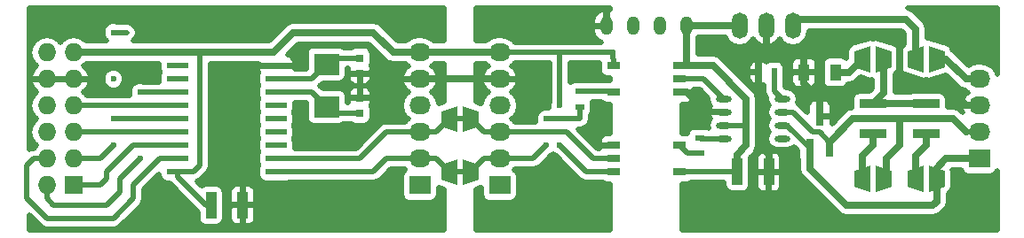
<source format=gtl>
G04 #@! TF.FileFunction,Copper,L1,Top,Signal*
%FSLAX46Y46*%
G04 Gerber Fmt 4.6, Leading zero omitted, Abs format (unit mm)*
G04 Created by KiCad (PCBNEW 4.0.2+e4-6225~38~ubuntu15.10.1-stable) date Do 16 Jun 2016 08:59:28 CEST*
%MOMM*%
G01*
G04 APERTURE LIST*
%ADD10C,0.100000*%
%ADD11O,1.473200X0.609600*%
%ADD12R,0.800100X1.800860*%
%ADD13R,1.727200X1.727200*%
%ADD14O,1.727200X1.727200*%
%ADD15R,2.032000X1.727200*%
%ADD16O,2.032000X1.727200*%
%ADD17R,2.000000X0.600000*%
%ADD18R,1.200000X0.800000*%
%ADD19R,0.900000X0.500000*%
%ADD20R,0.500000X0.900000*%
%ADD21R,2.500000X0.900000*%
%ADD22O,1.501140X2.499360*%
%ADD23R,2.400000X2.000000*%
%ADD24R,1.000000X2.500000*%
%ADD25R,0.750000X0.800000*%
%ADD26R,1.000000X1.600000*%
%ADD27O,1.200000X1.800000*%
%ADD28R,1.000000X0.500000*%
%ADD29C,0.600000*%
%ADD30C,0.500000*%
%ADD31C,0.700000*%
G04 APERTURE END LIST*
D10*
D11*
X153416000Y-103505000D03*
X153416000Y-104775000D03*
X153416000Y-106045000D03*
X153416000Y-107315000D03*
X159004000Y-107315000D03*
X159004000Y-106045000D03*
X159004000Y-104775000D03*
X159004000Y-103505000D03*
D12*
X161610000Y-108181140D03*
X163510000Y-108181140D03*
X162560000Y-105178860D03*
D13*
X91440000Y-111760000D03*
D14*
X88900000Y-111760000D03*
X91440000Y-109220000D03*
X88900000Y-109220000D03*
X91440000Y-106680000D03*
X88900000Y-106680000D03*
X91440000Y-104140000D03*
X88900000Y-104140000D03*
X91440000Y-101600000D03*
X88900000Y-101600000D03*
X91440000Y-99060000D03*
X88900000Y-99060000D03*
D15*
X132080000Y-111760000D03*
D16*
X132080000Y-109220000D03*
X132080000Y-106680000D03*
X132080000Y-104140000D03*
X132080000Y-101600000D03*
X132080000Y-99060000D03*
D15*
X177800000Y-109220000D03*
D16*
X177800000Y-106680000D03*
X177800000Y-104140000D03*
X177800000Y-101600000D03*
D17*
X110745000Y-110490000D03*
X110745000Y-109220000D03*
X110745000Y-107950000D03*
X110745000Y-106680000D03*
X110745000Y-105410000D03*
X110745000Y-104140000D03*
X110745000Y-102870000D03*
X110745000Y-101600000D03*
X110745000Y-100330000D03*
X101345000Y-100330000D03*
X101345000Y-101600000D03*
X101345000Y-102870000D03*
X101345000Y-104140000D03*
X101345000Y-105410000D03*
X101345000Y-106680000D03*
X101345000Y-107950000D03*
X101345000Y-109220000D03*
X101345000Y-110490000D03*
D18*
X149200000Y-110490000D03*
X149200000Y-107950000D03*
X142900000Y-107950000D03*
X142900000Y-109220000D03*
X142900000Y-110490000D03*
X142900000Y-100330000D03*
X142900000Y-102870000D03*
X149200000Y-102870000D03*
X149200000Y-101600000D03*
X149200000Y-100330000D03*
D10*
G36*
X170970000Y-111875000D02*
X170970000Y-110375000D01*
X172470000Y-109875000D01*
X172470000Y-112375000D01*
X170970000Y-111875000D01*
X170970000Y-111875000D01*
G37*
G36*
X172970000Y-112375000D02*
X172970000Y-109875000D01*
X174470000Y-110375000D01*
X174470000Y-111875000D01*
X172970000Y-112375000D01*
X172970000Y-112375000D01*
G37*
G36*
X169390000Y-98945000D02*
X169390000Y-100445000D01*
X167890000Y-100945000D01*
X167890000Y-98445000D01*
X169390000Y-98945000D01*
X169390000Y-98945000D01*
G37*
G36*
X167390000Y-98445000D02*
X167390000Y-100945000D01*
X165890000Y-100445000D01*
X165890000Y-98945000D01*
X167390000Y-98445000D01*
X167390000Y-98445000D01*
G37*
G36*
X169390000Y-110375000D02*
X169390000Y-111875000D01*
X167890000Y-112375000D01*
X167890000Y-109875000D01*
X169390000Y-110375000D01*
X169390000Y-110375000D01*
G37*
G36*
X167390000Y-109875000D02*
X167390000Y-112375000D01*
X165890000Y-111875000D01*
X165890000Y-110375000D01*
X167390000Y-109875000D01*
X167390000Y-109875000D01*
G37*
G36*
X174470000Y-98945000D02*
X174470000Y-100445000D01*
X172970000Y-100945000D01*
X172970000Y-98445000D01*
X174470000Y-98945000D01*
X174470000Y-98945000D01*
G37*
G36*
X172470000Y-98445000D02*
X172470000Y-100945000D01*
X170970000Y-100445000D01*
X170970000Y-98945000D01*
X172470000Y-98445000D01*
X172470000Y-98445000D01*
G37*
D19*
X139700000Y-102755000D03*
X139700000Y-104255000D03*
X151130000Y-107200000D03*
X151130000Y-108700000D03*
D20*
X156730000Y-100965000D03*
X158230000Y-100965000D03*
D21*
X172720000Y-103960000D03*
X172720000Y-106860000D03*
X167640000Y-103960000D03*
X167640000Y-106860000D03*
D22*
X157480000Y-96520000D03*
X154940000Y-96520000D03*
X160020000Y-96520000D03*
D23*
X115570000Y-100185000D03*
X115570000Y-104285000D03*
D24*
X107545000Y-113665000D03*
X104545000Y-113665000D03*
X157710000Y-110490000D03*
X154710000Y-110490000D03*
D25*
X118745000Y-101080000D03*
X118745000Y-99580000D03*
X118745000Y-103390000D03*
X118745000Y-104890000D03*
D15*
X124460000Y-111760000D03*
D16*
X124460000Y-109220000D03*
X124460000Y-106680000D03*
X124460000Y-104140000D03*
X124460000Y-101600000D03*
X124460000Y-99060000D03*
D26*
X161060000Y-100965000D03*
X164060000Y-100965000D03*
D27*
X142240000Y-96520000D03*
X144780000Y-96520000D03*
X147320000Y-96520000D03*
X149860000Y-96520000D03*
D10*
G36*
X126520000Y-106160000D02*
X126520000Y-104660000D01*
X128020000Y-104160000D01*
X128020000Y-106660000D01*
X126520000Y-106160000D01*
X126520000Y-106160000D01*
G37*
G36*
X128520000Y-106660000D02*
X128520000Y-104160000D01*
X130020000Y-104660000D01*
X130020000Y-106160000D01*
X128520000Y-106660000D01*
X128520000Y-106660000D01*
G37*
D28*
X128270000Y-105410000D03*
D10*
G36*
X126520000Y-111240000D02*
X126520000Y-109740000D01*
X128020000Y-109240000D01*
X128020000Y-111740000D01*
X126520000Y-111240000D01*
X126520000Y-111240000D01*
G37*
G36*
X128520000Y-111740000D02*
X128520000Y-109240000D01*
X130020000Y-109740000D01*
X130020000Y-111240000D01*
X128520000Y-111740000D01*
X128520000Y-111740000D01*
G37*
D28*
X128270000Y-110490000D03*
D29*
X95250000Y-97155000D03*
X95250000Y-101600000D03*
X102235000Y-113665000D03*
X109220000Y-113665000D03*
X141605000Y-111760000D03*
X141605000Y-101600000D03*
X141605000Y-107950000D03*
X120650000Y-102235000D03*
X112395000Y-100330000D03*
X142875000Y-99060000D03*
X137795000Y-104140000D03*
X137795000Y-107950000D03*
X159385000Y-110490000D03*
X175260000Y-97790000D03*
X170815000Y-102235000D03*
X162560000Y-103505000D03*
X156845000Y-104775000D03*
X151765000Y-104775000D03*
X97790000Y-109220000D03*
X97790000Y-102870000D03*
X95250000Y-107950000D03*
X95250000Y-105410000D03*
X136525000Y-107950000D03*
X136525000Y-105410000D03*
D30*
X96520000Y-97155000D02*
X95250000Y-97155000D01*
X107545000Y-113665000D02*
X109220000Y-113665000D01*
X102235000Y-113665000D02*
X100965000Y-113665000D01*
X141605000Y-111760000D02*
X140335000Y-111760000D01*
X141605000Y-101600000D02*
X140335000Y-101600000D01*
X120650000Y-102235000D02*
X121285000Y-101600000D01*
X121285000Y-101600000D02*
X124460000Y-101600000D01*
D31*
X124460000Y-101600000D02*
X132080000Y-101600000D01*
D30*
X141605000Y-107950000D02*
X141630000Y-107975000D01*
X141630000Y-107975000D02*
X142900000Y-107950000D01*
X142875000Y-107950000D02*
X142900000Y-107950000D01*
X142875000Y-107950000D02*
X142900000Y-107950000D01*
X107545000Y-113665000D02*
X107545000Y-101370000D01*
X108585000Y-100330000D02*
X110745000Y-100330000D01*
X107545000Y-101370000D02*
X108585000Y-100330000D01*
X118745000Y-102235000D02*
X120650000Y-102235000D01*
X118745000Y-101080000D02*
X118745000Y-102235000D01*
X118745000Y-102235000D02*
X118745000Y-103390000D01*
X110745000Y-100330000D02*
X112395000Y-100330000D01*
X142900000Y-100330000D02*
X142875000Y-99060000D01*
D31*
X124460000Y-99060000D02*
X132080000Y-99060000D01*
X124460000Y-99060000D02*
X121920000Y-99060000D01*
X110490000Y-99060000D02*
X103505000Y-99060000D01*
X112395000Y-97155000D02*
X110490000Y-99060000D01*
X120015000Y-97155000D02*
X112395000Y-97155000D01*
X121920000Y-99060000D02*
X120015000Y-97155000D01*
X91440000Y-99060000D02*
X103505000Y-99060000D01*
D30*
X103505000Y-109855000D02*
X103505000Y-99060000D01*
X102870000Y-110490000D02*
X103505000Y-109855000D01*
X101345000Y-110490000D02*
X102870000Y-110490000D01*
X142875000Y-99060000D02*
X137795000Y-99060000D01*
X142900000Y-110490000D02*
X140335000Y-110490000D01*
X137795000Y-104140000D02*
X137795000Y-99060000D01*
X140335000Y-110490000D02*
X137795000Y-107950000D01*
X132080000Y-99060000D02*
X137795000Y-99060000D01*
X101345000Y-110490000D02*
X101345000Y-110965000D01*
X101345000Y-110965000D02*
X104045000Y-113665000D01*
X118745000Y-99580000D02*
X116175000Y-99580000D01*
X116175000Y-99580000D02*
X114155000Y-101600000D01*
X114155000Y-101600000D02*
X110745000Y-101600000D01*
X118745000Y-104890000D02*
X116175000Y-104890000D01*
X116175000Y-104890000D02*
X115570000Y-104285000D01*
X110745000Y-102870000D02*
X114155000Y-102870000D01*
X114155000Y-102870000D02*
X115570000Y-104285000D01*
X157710000Y-110490000D02*
X159385000Y-110490000D01*
X175260000Y-97790000D02*
X176530000Y-97790000D01*
X156730000Y-100965000D02*
X156730000Y-104660000D01*
X156730000Y-104660000D02*
X156845000Y-104775000D01*
X156730000Y-100965000D02*
X156730000Y-99810000D01*
X156730000Y-99810000D02*
X157480000Y-99060000D01*
X157480000Y-96520000D02*
X157480000Y-99060000D01*
D31*
X157710000Y-108815000D02*
X157710000Y-110490000D01*
X156845000Y-104775000D02*
X156845000Y-107950000D01*
X156845000Y-107950000D02*
X157710000Y-108815000D01*
X169545000Y-97155000D02*
X163195000Y-97155000D01*
X163195000Y-97155000D02*
X161290000Y-99060000D01*
X170815000Y-102235000D02*
X170180000Y-101600000D01*
X170180000Y-101600000D02*
X170180000Y-97790000D01*
X170180000Y-97790000D02*
X169545000Y-97155000D01*
X174625000Y-102235000D02*
X170815000Y-102235000D01*
X177800000Y-104140000D02*
X176530000Y-104140000D01*
X176530000Y-104140000D02*
X174625000Y-102235000D01*
X161060000Y-100965000D02*
X161060000Y-99290000D01*
X161060000Y-99290000D02*
X161290000Y-99060000D01*
X161060000Y-100965000D02*
X161060000Y-102005000D01*
X161060000Y-102005000D02*
X161290000Y-102235000D01*
X162560000Y-103505000D02*
X161290000Y-102235000D01*
X162560000Y-103505000D02*
X162560000Y-103505000D01*
X162560000Y-103505000D02*
X162560000Y-105178860D01*
X161290000Y-99060000D02*
X157480000Y-99060000D01*
X149200000Y-102870000D02*
X149860000Y-102870000D01*
X149860000Y-102870000D02*
X151765000Y-104775000D01*
D30*
X151765000Y-104775000D02*
X153416000Y-104775000D01*
D31*
X154940000Y-96520000D02*
X149860000Y-96520000D01*
X149860000Y-96520000D02*
X149860000Y-100330000D01*
D30*
X155575000Y-106045000D02*
X153416000Y-106045000D01*
D31*
X154710000Y-110490000D02*
X154710000Y-108815000D01*
X155575000Y-103505000D02*
X154305000Y-102235000D01*
X155575000Y-107950000D02*
X155575000Y-106045000D01*
X155575000Y-106045000D02*
X155575000Y-103505000D01*
X154710000Y-108815000D02*
X155575000Y-107950000D01*
D30*
X154710000Y-110490000D02*
X149200000Y-110490000D01*
D31*
X149860000Y-100330000D02*
X151765000Y-100330000D01*
X151765000Y-100330000D02*
X152400000Y-100330000D01*
D30*
X154305000Y-102235000D02*
X154305000Y-102235000D01*
D31*
X152400000Y-100330000D02*
X153670000Y-101600000D01*
X153670000Y-101600000D02*
X154305000Y-102235000D01*
X149200000Y-100330000D02*
X149860000Y-100330000D01*
X164060000Y-100965000D02*
X165370000Y-100965000D01*
X165370000Y-100965000D02*
X166640000Y-99695000D01*
X173720000Y-111125000D02*
X173720000Y-110490000D01*
X173537500Y-110307500D02*
X174625000Y-109220000D01*
X177800000Y-109220000D02*
X174625000Y-109220000D01*
X161610000Y-108181140D02*
X161610000Y-110175000D01*
X173720000Y-113300000D02*
X173720000Y-111125000D01*
X173355000Y-113665000D02*
X173720000Y-113300000D01*
X165100000Y-113665000D02*
X173355000Y-113665000D01*
X161610000Y-110175000D02*
X165100000Y-113665000D01*
D30*
X159004000Y-106045000D02*
X159473860Y-106045000D01*
X159473860Y-106045000D02*
X161610000Y-108181140D01*
D31*
X170180000Y-107950000D02*
X168910000Y-109220000D01*
X170180000Y-105410000D02*
X170180000Y-107950000D01*
X168910000Y-109220000D02*
X168910000Y-110855000D01*
X168910000Y-110855000D02*
X168640000Y-111125000D01*
X163510000Y-107635000D02*
X163510000Y-108181140D01*
X165735000Y-105410000D02*
X163510000Y-107635000D01*
X175260000Y-105410000D02*
X170180000Y-105410000D01*
X170180000Y-105410000D02*
X165735000Y-105410000D01*
X176530000Y-106680000D02*
X175260000Y-105410000D01*
D30*
X177800000Y-106680000D02*
X176530000Y-106680000D01*
D31*
X163510000Y-108181140D02*
X163510000Y-107630000D01*
D30*
X163510000Y-107630000D02*
X162560000Y-106680000D01*
X162560000Y-106680000D02*
X161925000Y-106680000D01*
X161925000Y-106680000D02*
X160020000Y-104775000D01*
X160020000Y-104775000D02*
X159004000Y-104775000D01*
X91440000Y-111760000D02*
X93980000Y-111760000D01*
X97155000Y-107950000D02*
X101345000Y-107950000D01*
X94615000Y-110490000D02*
X97155000Y-107950000D01*
X94615000Y-111125000D02*
X94615000Y-110490000D01*
X93980000Y-111760000D02*
X94615000Y-111125000D01*
X88900000Y-111760000D02*
X88900000Y-113030000D01*
X97790000Y-102870000D02*
X101345000Y-102870000D01*
X94615000Y-113665000D02*
X89535000Y-113665000D01*
X95885000Y-112395000D02*
X94615000Y-113665000D01*
X95885000Y-111125000D02*
X95885000Y-112395000D01*
X97790000Y-109220000D02*
X95885000Y-111125000D01*
X89535000Y-113665000D02*
X88900000Y-113030000D01*
X95250000Y-107950000D02*
X93980000Y-109220000D01*
X101345000Y-105410000D02*
X95250000Y-105410000D01*
X93980000Y-109220000D02*
X91440000Y-109220000D01*
X86995000Y-111760000D02*
X86995000Y-113030000D01*
X87630000Y-109220000D02*
X86995000Y-109855000D01*
X86995000Y-109855000D02*
X86995000Y-111760000D01*
X90170000Y-114935000D02*
X95250000Y-114935000D01*
X95250000Y-114935000D02*
X97155000Y-113030000D01*
X97155000Y-113030000D02*
X97155000Y-111760000D01*
X97155000Y-111760000D02*
X99695000Y-109220000D01*
X101345000Y-109220000D02*
X99695000Y-109220000D01*
X87630000Y-109220000D02*
X88900000Y-109220000D01*
X88900000Y-114935000D02*
X90170000Y-114935000D01*
X86995000Y-113030000D02*
X88900000Y-114935000D01*
X91440000Y-106680000D02*
X101345000Y-106680000D01*
X101345000Y-104140000D02*
X91440000Y-104140000D01*
D31*
X173720000Y-99695000D02*
X174625000Y-99695000D01*
X176530000Y-101600000D02*
X177800000Y-101600000D01*
X174625000Y-99695000D02*
X176530000Y-101600000D01*
X173720000Y-99695000D02*
X173990000Y-99695000D01*
D30*
X139700000Y-102755000D02*
X142785000Y-102755000D01*
X142785000Y-102755000D02*
X142900000Y-102870000D01*
X151130000Y-107200000D02*
X151245000Y-107315000D01*
X151245000Y-107315000D02*
X153416000Y-107315000D01*
X149200000Y-107950000D02*
X149950000Y-108700000D01*
X149950000Y-108700000D02*
X151130000Y-108700000D01*
X149200000Y-107950000D02*
X149315000Y-108065000D01*
X158230000Y-100965000D02*
X158230000Y-102731000D01*
X158230000Y-102731000D02*
X159004000Y-103505000D01*
X158750000Y-103505000D02*
X159004000Y-103505000D01*
D31*
X168640000Y-99695000D02*
X168640000Y-102960000D01*
X168640000Y-102960000D02*
X167640000Y-103960000D01*
X167640000Y-103960000D02*
X172720000Y-103960000D01*
X171720000Y-111125000D02*
X171720000Y-108950000D01*
X172720000Y-107950000D02*
X172720000Y-106860000D01*
X171720000Y-108950000D02*
X172720000Y-107950000D01*
X166640000Y-111125000D02*
X166640000Y-108950000D01*
X166640000Y-108950000D02*
X167640000Y-107950000D01*
X167640000Y-107950000D02*
X167640000Y-106860000D01*
D30*
X149200000Y-101600000D02*
X151511000Y-101600000D01*
X151511000Y-101600000D02*
X153416000Y-103505000D01*
D31*
X171720000Y-99695000D02*
X171720000Y-96790000D01*
X170815000Y-95885000D02*
X160655000Y-95885000D01*
X171720000Y-96790000D02*
X170815000Y-95885000D01*
X160655000Y-95885000D02*
X160020000Y-96520000D01*
D30*
X124460000Y-106680000D02*
X126000000Y-106680000D01*
X126000000Y-106680000D02*
X127270000Y-105410000D01*
X110745000Y-109220000D02*
X118745000Y-109220000D01*
X121285000Y-106680000D02*
X124460000Y-106680000D01*
X118745000Y-109220000D02*
X121285000Y-106680000D01*
X129270000Y-105410000D02*
X130540000Y-106680000D01*
X130540000Y-106680000D02*
X132080000Y-106680000D01*
X142900000Y-109220000D02*
X140970000Y-109220000D01*
X138430000Y-106680000D02*
X132080000Y-106680000D01*
X140970000Y-109220000D02*
X138430000Y-106680000D01*
X124460000Y-109220000D02*
X121285000Y-109220000D01*
X120015000Y-110490000D02*
X110745000Y-110490000D01*
X121285000Y-109220000D02*
X120015000Y-110490000D01*
X127270000Y-110490000D02*
X126000000Y-109220000D01*
X126000000Y-109220000D02*
X124460000Y-109220000D01*
X139700000Y-104255000D02*
X139700000Y-105410000D01*
X135255000Y-109220000D02*
X132080000Y-109220000D01*
X136525000Y-107950000D02*
X135255000Y-109220000D01*
X139700000Y-105410000D02*
X136525000Y-105410000D01*
X129270000Y-110490000D02*
X130540000Y-109220000D01*
X130540000Y-109220000D02*
X132080000Y-109220000D01*
G36*
X157530000Y-96470000D02*
X157550000Y-96470000D01*
X157550000Y-96570000D01*
X157530000Y-96570000D01*
X157530000Y-98331228D01*
X157763995Y-98492561D01*
X158008050Y-98424590D01*
X158505708Y-98115528D01*
X158739062Y-97790284D01*
X158958937Y-98119349D01*
X159445757Y-98444632D01*
X160020000Y-98558856D01*
X160594243Y-98444632D01*
X161081063Y-98119349D01*
X161406346Y-97632529D01*
X161520570Y-97058286D01*
X161520570Y-96985000D01*
X170359366Y-96985000D01*
X170620000Y-97245635D01*
X170620000Y-98285381D01*
X170436802Y-98396862D01*
X170265554Y-98647492D01*
X170205307Y-98945000D01*
X170205307Y-100445000D01*
X170281379Y-100777500D01*
X170464993Y-101019216D01*
X170728183Y-101170451D01*
X172228183Y-101670451D01*
X172448874Y-101709401D01*
X172740004Y-101658775D01*
X172910524Y-101707377D01*
X173211817Y-101670451D01*
X174586567Y-101212201D01*
X175752183Y-102377818D01*
X175889315Y-102469446D01*
X176109048Y-102616267D01*
X176431541Y-102680415D01*
X176472014Y-102740988D01*
X176683890Y-102882559D01*
X176471257Y-103034368D01*
X176137694Y-103568696D01*
X176062453Y-103838314D01*
X176222377Y-104090000D01*
X177750000Y-104090000D01*
X177750000Y-104070000D01*
X177850000Y-104070000D01*
X177850000Y-104090000D01*
X177870000Y-104090000D01*
X177870000Y-104190000D01*
X177850000Y-104190000D01*
X177850000Y-104210000D01*
X177750000Y-104210000D01*
X177750000Y-104190000D01*
X176222377Y-104190000D01*
X176062453Y-104441686D01*
X176137694Y-104711304D01*
X176172179Y-104766545D01*
X176037817Y-104632183D01*
X175929488Y-104559800D01*
X175680952Y-104393733D01*
X175260000Y-104310000D01*
X174734693Y-104310000D01*
X174734693Y-103510000D01*
X174682396Y-103232067D01*
X174518138Y-102976802D01*
X174267508Y-102805554D01*
X173970000Y-102745307D01*
X171470000Y-102745307D01*
X171192067Y-102797604D01*
X171095101Y-102860000D01*
X169740000Y-102860000D01*
X169740000Y-101104619D01*
X169923198Y-100993138D01*
X170094446Y-100742508D01*
X170154693Y-100445000D01*
X170154693Y-98945000D01*
X170078621Y-98612500D01*
X169895007Y-98370784D01*
X169631817Y-98219549D01*
X168131817Y-97719549D01*
X167911126Y-97680599D01*
X167619996Y-97731225D01*
X167449476Y-97682623D01*
X167148183Y-97719549D01*
X165648183Y-98219549D01*
X165356802Y-98396862D01*
X165185554Y-98647492D01*
X165125307Y-98945000D01*
X165125307Y-99654059D01*
X165123575Y-99655791D01*
X165108138Y-99631802D01*
X164857508Y-99460554D01*
X164560000Y-99400307D01*
X163560000Y-99400307D01*
X163282067Y-99452604D01*
X163026802Y-99616862D01*
X162855554Y-99867492D01*
X162795307Y-100165000D01*
X162795307Y-101765000D01*
X162847604Y-102042933D01*
X163011862Y-102298198D01*
X163262492Y-102469446D01*
X163560000Y-102529693D01*
X164560000Y-102529693D01*
X164837933Y-102477396D01*
X165093198Y-102313138D01*
X165262743Y-102065000D01*
X165370000Y-102065000D01*
X165790952Y-101981267D01*
X166147817Y-101742817D01*
X166452183Y-101438451D01*
X167148183Y-101670451D01*
X167368874Y-101709401D01*
X167540000Y-101679643D01*
X167540000Y-102504365D01*
X167299059Y-102745307D01*
X166390000Y-102745307D01*
X166112067Y-102797604D01*
X165856802Y-102961862D01*
X165685554Y-103212492D01*
X165625307Y-103510000D01*
X165625307Y-104331819D01*
X165314048Y-104393733D01*
X164957182Y-104632183D01*
X163710050Y-105879316D01*
X163710050Y-105416360D01*
X163522550Y-105228860D01*
X162610000Y-105228860D01*
X162610000Y-105248860D01*
X162510000Y-105248860D01*
X162510000Y-105228860D01*
X162490000Y-105228860D01*
X162490000Y-105128860D01*
X162510000Y-105128860D01*
X162510000Y-103715930D01*
X162610000Y-103715930D01*
X162610000Y-105128860D01*
X163522550Y-105128860D01*
X163710050Y-104941360D01*
X163710050Y-104129245D01*
X163595869Y-103853589D01*
X163384891Y-103642611D01*
X163109234Y-103528430D01*
X162797500Y-103528430D01*
X162610000Y-103715930D01*
X162510000Y-103715930D01*
X162322500Y-103528430D01*
X162010766Y-103528430D01*
X161735109Y-103642611D01*
X161524131Y-103853589D01*
X161409950Y-104129245D01*
X161409950Y-104750736D01*
X160727107Y-104067893D01*
X160445222Y-103879543D01*
X160519724Y-103505000D01*
X160439432Y-103101346D01*
X160210780Y-102759144D01*
X159868578Y-102530492D01*
X159464924Y-102450200D01*
X159363414Y-102450200D01*
X159230000Y-102316786D01*
X159230000Y-101487556D01*
X159244693Y-101415000D01*
X159244693Y-101202500D01*
X159810000Y-101202500D01*
X159810000Y-101914185D01*
X159924181Y-102189841D01*
X160135159Y-102400819D01*
X160410816Y-102515000D01*
X160822500Y-102515000D01*
X161010000Y-102327500D01*
X161010000Y-101015000D01*
X161110000Y-101015000D01*
X161110000Y-102327500D01*
X161297500Y-102515000D01*
X161709184Y-102515000D01*
X161984841Y-102400819D01*
X162195819Y-102189841D01*
X162310000Y-101914185D01*
X162310000Y-101202500D01*
X162122500Y-101015000D01*
X161110000Y-101015000D01*
X161010000Y-101015000D01*
X159997500Y-101015000D01*
X159810000Y-101202500D01*
X159244693Y-101202500D01*
X159244693Y-100515000D01*
X159192396Y-100237067D01*
X159050025Y-100015815D01*
X159810000Y-100015815D01*
X159810000Y-100727500D01*
X159997500Y-100915000D01*
X161010000Y-100915000D01*
X161010000Y-99602500D01*
X161110000Y-99602500D01*
X161110000Y-100915000D01*
X162122500Y-100915000D01*
X162310000Y-100727500D01*
X162310000Y-100015815D01*
X162195819Y-99740159D01*
X161984841Y-99529181D01*
X161709184Y-99415000D01*
X161297500Y-99415000D01*
X161110000Y-99602500D01*
X161010000Y-99602500D01*
X160822500Y-99415000D01*
X160410816Y-99415000D01*
X160135159Y-99529181D01*
X159924181Y-99740159D01*
X159810000Y-100015815D01*
X159050025Y-100015815D01*
X159028138Y-99981802D01*
X158777508Y-99810554D01*
X158480000Y-99750307D01*
X157980000Y-99750307D01*
X157702067Y-99802604D01*
X157474621Y-99948961D01*
X157404841Y-99879181D01*
X157129184Y-99765000D01*
X156967500Y-99765000D01*
X156780000Y-99952500D01*
X156780000Y-100915000D01*
X156800000Y-100915000D01*
X156800000Y-101015000D01*
X156780000Y-101015000D01*
X156780000Y-101977500D01*
X156967500Y-102165000D01*
X157129184Y-102165000D01*
X157230000Y-102123241D01*
X157230000Y-102731000D01*
X157306120Y-103113684D01*
X157506471Y-103413529D01*
X157488276Y-103505000D01*
X157568568Y-103908654D01*
X157723148Y-104140000D01*
X157568568Y-104371346D01*
X157488276Y-104775000D01*
X157568568Y-105178654D01*
X157723148Y-105410000D01*
X157568568Y-105641346D01*
X157488276Y-106045000D01*
X157568568Y-106448654D01*
X157723148Y-106680000D01*
X157568568Y-106911346D01*
X157488276Y-107315000D01*
X157568568Y-107718654D01*
X157797220Y-108060856D01*
X158139422Y-108289508D01*
X158543076Y-108369800D01*
X159464924Y-108369800D01*
X159868578Y-108289508D01*
X160129687Y-108115041D01*
X160445257Y-108430611D01*
X160445257Y-109081570D01*
X160497554Y-109359503D01*
X160510000Y-109378845D01*
X160510000Y-110175000D01*
X160593733Y-110595952D01*
X160762342Y-110848293D01*
X160832183Y-110952817D01*
X164322182Y-114442817D01*
X164679048Y-114681267D01*
X165100000Y-114765000D01*
X173355000Y-114765000D01*
X173775952Y-114681267D01*
X174132817Y-114442817D01*
X174497817Y-114077817D01*
X174736267Y-113720952D01*
X174820000Y-113300000D01*
X174820000Y-112534619D01*
X175003198Y-112423138D01*
X175174446Y-112172508D01*
X175234693Y-111875000D01*
X175234693Y-110375000D01*
X175222110Y-110320000D01*
X176063789Y-110320000D01*
X176071604Y-110361533D01*
X176235862Y-110616798D01*
X176486492Y-110788046D01*
X176784000Y-110848293D01*
X178816000Y-110848293D01*
X179093933Y-110795996D01*
X179349198Y-110631738D01*
X179515000Y-110389078D01*
X179515000Y-116015000D01*
X149475000Y-116015000D01*
X149475000Y-111654693D01*
X149800000Y-111654693D01*
X150077933Y-111602396D01*
X150252602Y-111490000D01*
X153445307Y-111490000D01*
X153445307Y-111740000D01*
X153497604Y-112017933D01*
X153661862Y-112273198D01*
X153912492Y-112444446D01*
X154210000Y-112504693D01*
X155210000Y-112504693D01*
X155487933Y-112452396D01*
X155743198Y-112288138D01*
X155914446Y-112037508D01*
X155974693Y-111740000D01*
X155974693Y-110727500D01*
X156460000Y-110727500D01*
X156460000Y-111889185D01*
X156574181Y-112164841D01*
X156785159Y-112375819D01*
X157060816Y-112490000D01*
X157472500Y-112490000D01*
X157660000Y-112302500D01*
X157660000Y-110540000D01*
X157760000Y-110540000D01*
X157760000Y-112302500D01*
X157947500Y-112490000D01*
X158359184Y-112490000D01*
X158634841Y-112375819D01*
X158845819Y-112164841D01*
X158960000Y-111889185D01*
X158960000Y-110727500D01*
X158772500Y-110540000D01*
X157760000Y-110540000D01*
X157660000Y-110540000D01*
X156647500Y-110540000D01*
X156460000Y-110727500D01*
X155974693Y-110727500D01*
X155974693Y-109240000D01*
X155953463Y-109127172D01*
X155989820Y-109090815D01*
X156460000Y-109090815D01*
X156460000Y-110252500D01*
X156647500Y-110440000D01*
X157660000Y-110440000D01*
X157660000Y-108677500D01*
X157760000Y-108677500D01*
X157760000Y-110440000D01*
X158772500Y-110440000D01*
X158960000Y-110252500D01*
X158960000Y-109090815D01*
X158845819Y-108815159D01*
X158634841Y-108604181D01*
X158359184Y-108490000D01*
X157947500Y-108490000D01*
X157760000Y-108677500D01*
X157660000Y-108677500D01*
X157472500Y-108490000D01*
X157060816Y-108490000D01*
X156785159Y-108604181D01*
X156574181Y-108815159D01*
X156460000Y-109090815D01*
X155989820Y-109090815D01*
X156352818Y-108727817D01*
X156495758Y-108513892D01*
X156591267Y-108370952D01*
X156675000Y-107950000D01*
X156675000Y-103505000D01*
X156591267Y-103084048D01*
X156441563Y-102860000D01*
X156352817Y-102727182D01*
X155082820Y-101457186D01*
X155082818Y-101457183D01*
X154828135Y-101202500D01*
X155730000Y-101202500D01*
X155730000Y-101564185D01*
X155844181Y-101839841D01*
X156055159Y-102050819D01*
X156330816Y-102165000D01*
X156492500Y-102165000D01*
X156680000Y-101977500D01*
X156680000Y-101015000D01*
X155917500Y-101015000D01*
X155730000Y-101202500D01*
X154828135Y-101202500D01*
X154447819Y-100822185D01*
X154447817Y-100822182D01*
X153991450Y-100365815D01*
X155730000Y-100365815D01*
X155730000Y-100727500D01*
X155917500Y-100915000D01*
X156680000Y-100915000D01*
X156680000Y-99952500D01*
X156492500Y-99765000D01*
X156330816Y-99765000D01*
X156055159Y-99879181D01*
X155844181Y-100090159D01*
X155730000Y-100365815D01*
X153991450Y-100365815D01*
X153177817Y-99552183D01*
X153143392Y-99529181D01*
X152820952Y-99313733D01*
X152400000Y-99230000D01*
X150960000Y-99230000D01*
X150960000Y-97620000D01*
X153551162Y-97620000D01*
X153553654Y-97632529D01*
X153878937Y-98119349D01*
X154365757Y-98444632D01*
X154940000Y-98558856D01*
X155514243Y-98444632D01*
X156001063Y-98119349D01*
X156220938Y-97790284D01*
X156454292Y-98115528D01*
X156951950Y-98424590D01*
X157196005Y-98492561D01*
X157430000Y-98331228D01*
X157430000Y-96570000D01*
X157410000Y-96570000D01*
X157410000Y-96470000D01*
X157430000Y-96470000D01*
X157430000Y-96450000D01*
X157530000Y-96450000D01*
X157530000Y-96470000D01*
X157530000Y-96470000D01*
G37*
X157530000Y-96470000D02*
X157550000Y-96470000D01*
X157550000Y-96570000D01*
X157530000Y-96570000D01*
X157530000Y-98331228D01*
X157763995Y-98492561D01*
X158008050Y-98424590D01*
X158505708Y-98115528D01*
X158739062Y-97790284D01*
X158958937Y-98119349D01*
X159445757Y-98444632D01*
X160020000Y-98558856D01*
X160594243Y-98444632D01*
X161081063Y-98119349D01*
X161406346Y-97632529D01*
X161520570Y-97058286D01*
X161520570Y-96985000D01*
X170359366Y-96985000D01*
X170620000Y-97245635D01*
X170620000Y-98285381D01*
X170436802Y-98396862D01*
X170265554Y-98647492D01*
X170205307Y-98945000D01*
X170205307Y-100445000D01*
X170281379Y-100777500D01*
X170464993Y-101019216D01*
X170728183Y-101170451D01*
X172228183Y-101670451D01*
X172448874Y-101709401D01*
X172740004Y-101658775D01*
X172910524Y-101707377D01*
X173211817Y-101670451D01*
X174586567Y-101212201D01*
X175752183Y-102377818D01*
X175889315Y-102469446D01*
X176109048Y-102616267D01*
X176431541Y-102680415D01*
X176472014Y-102740988D01*
X176683890Y-102882559D01*
X176471257Y-103034368D01*
X176137694Y-103568696D01*
X176062453Y-103838314D01*
X176222377Y-104090000D01*
X177750000Y-104090000D01*
X177750000Y-104070000D01*
X177850000Y-104070000D01*
X177850000Y-104090000D01*
X177870000Y-104090000D01*
X177870000Y-104190000D01*
X177850000Y-104190000D01*
X177850000Y-104210000D01*
X177750000Y-104210000D01*
X177750000Y-104190000D01*
X176222377Y-104190000D01*
X176062453Y-104441686D01*
X176137694Y-104711304D01*
X176172179Y-104766545D01*
X176037817Y-104632183D01*
X175929488Y-104559800D01*
X175680952Y-104393733D01*
X175260000Y-104310000D01*
X174734693Y-104310000D01*
X174734693Y-103510000D01*
X174682396Y-103232067D01*
X174518138Y-102976802D01*
X174267508Y-102805554D01*
X173970000Y-102745307D01*
X171470000Y-102745307D01*
X171192067Y-102797604D01*
X171095101Y-102860000D01*
X169740000Y-102860000D01*
X169740000Y-101104619D01*
X169923198Y-100993138D01*
X170094446Y-100742508D01*
X170154693Y-100445000D01*
X170154693Y-98945000D01*
X170078621Y-98612500D01*
X169895007Y-98370784D01*
X169631817Y-98219549D01*
X168131817Y-97719549D01*
X167911126Y-97680599D01*
X167619996Y-97731225D01*
X167449476Y-97682623D01*
X167148183Y-97719549D01*
X165648183Y-98219549D01*
X165356802Y-98396862D01*
X165185554Y-98647492D01*
X165125307Y-98945000D01*
X165125307Y-99654059D01*
X165123575Y-99655791D01*
X165108138Y-99631802D01*
X164857508Y-99460554D01*
X164560000Y-99400307D01*
X163560000Y-99400307D01*
X163282067Y-99452604D01*
X163026802Y-99616862D01*
X162855554Y-99867492D01*
X162795307Y-100165000D01*
X162795307Y-101765000D01*
X162847604Y-102042933D01*
X163011862Y-102298198D01*
X163262492Y-102469446D01*
X163560000Y-102529693D01*
X164560000Y-102529693D01*
X164837933Y-102477396D01*
X165093198Y-102313138D01*
X165262743Y-102065000D01*
X165370000Y-102065000D01*
X165790952Y-101981267D01*
X166147817Y-101742817D01*
X166452183Y-101438451D01*
X167148183Y-101670451D01*
X167368874Y-101709401D01*
X167540000Y-101679643D01*
X167540000Y-102504365D01*
X167299059Y-102745307D01*
X166390000Y-102745307D01*
X166112067Y-102797604D01*
X165856802Y-102961862D01*
X165685554Y-103212492D01*
X165625307Y-103510000D01*
X165625307Y-104331819D01*
X165314048Y-104393733D01*
X164957182Y-104632183D01*
X163710050Y-105879316D01*
X163710050Y-105416360D01*
X163522550Y-105228860D01*
X162610000Y-105228860D01*
X162610000Y-105248860D01*
X162510000Y-105248860D01*
X162510000Y-105228860D01*
X162490000Y-105228860D01*
X162490000Y-105128860D01*
X162510000Y-105128860D01*
X162510000Y-103715930D01*
X162610000Y-103715930D01*
X162610000Y-105128860D01*
X163522550Y-105128860D01*
X163710050Y-104941360D01*
X163710050Y-104129245D01*
X163595869Y-103853589D01*
X163384891Y-103642611D01*
X163109234Y-103528430D01*
X162797500Y-103528430D01*
X162610000Y-103715930D01*
X162510000Y-103715930D01*
X162322500Y-103528430D01*
X162010766Y-103528430D01*
X161735109Y-103642611D01*
X161524131Y-103853589D01*
X161409950Y-104129245D01*
X161409950Y-104750736D01*
X160727107Y-104067893D01*
X160445222Y-103879543D01*
X160519724Y-103505000D01*
X160439432Y-103101346D01*
X160210780Y-102759144D01*
X159868578Y-102530492D01*
X159464924Y-102450200D01*
X159363414Y-102450200D01*
X159230000Y-102316786D01*
X159230000Y-101487556D01*
X159244693Y-101415000D01*
X159244693Y-101202500D01*
X159810000Y-101202500D01*
X159810000Y-101914185D01*
X159924181Y-102189841D01*
X160135159Y-102400819D01*
X160410816Y-102515000D01*
X160822500Y-102515000D01*
X161010000Y-102327500D01*
X161010000Y-101015000D01*
X161110000Y-101015000D01*
X161110000Y-102327500D01*
X161297500Y-102515000D01*
X161709184Y-102515000D01*
X161984841Y-102400819D01*
X162195819Y-102189841D01*
X162310000Y-101914185D01*
X162310000Y-101202500D01*
X162122500Y-101015000D01*
X161110000Y-101015000D01*
X161010000Y-101015000D01*
X159997500Y-101015000D01*
X159810000Y-101202500D01*
X159244693Y-101202500D01*
X159244693Y-100515000D01*
X159192396Y-100237067D01*
X159050025Y-100015815D01*
X159810000Y-100015815D01*
X159810000Y-100727500D01*
X159997500Y-100915000D01*
X161010000Y-100915000D01*
X161010000Y-99602500D01*
X161110000Y-99602500D01*
X161110000Y-100915000D01*
X162122500Y-100915000D01*
X162310000Y-100727500D01*
X162310000Y-100015815D01*
X162195819Y-99740159D01*
X161984841Y-99529181D01*
X161709184Y-99415000D01*
X161297500Y-99415000D01*
X161110000Y-99602500D01*
X161010000Y-99602500D01*
X160822500Y-99415000D01*
X160410816Y-99415000D01*
X160135159Y-99529181D01*
X159924181Y-99740159D01*
X159810000Y-100015815D01*
X159050025Y-100015815D01*
X159028138Y-99981802D01*
X158777508Y-99810554D01*
X158480000Y-99750307D01*
X157980000Y-99750307D01*
X157702067Y-99802604D01*
X157474621Y-99948961D01*
X157404841Y-99879181D01*
X157129184Y-99765000D01*
X156967500Y-99765000D01*
X156780000Y-99952500D01*
X156780000Y-100915000D01*
X156800000Y-100915000D01*
X156800000Y-101015000D01*
X156780000Y-101015000D01*
X156780000Y-101977500D01*
X156967500Y-102165000D01*
X157129184Y-102165000D01*
X157230000Y-102123241D01*
X157230000Y-102731000D01*
X157306120Y-103113684D01*
X157506471Y-103413529D01*
X157488276Y-103505000D01*
X157568568Y-103908654D01*
X157723148Y-104140000D01*
X157568568Y-104371346D01*
X157488276Y-104775000D01*
X157568568Y-105178654D01*
X157723148Y-105410000D01*
X157568568Y-105641346D01*
X157488276Y-106045000D01*
X157568568Y-106448654D01*
X157723148Y-106680000D01*
X157568568Y-106911346D01*
X157488276Y-107315000D01*
X157568568Y-107718654D01*
X157797220Y-108060856D01*
X158139422Y-108289508D01*
X158543076Y-108369800D01*
X159464924Y-108369800D01*
X159868578Y-108289508D01*
X160129687Y-108115041D01*
X160445257Y-108430611D01*
X160445257Y-109081570D01*
X160497554Y-109359503D01*
X160510000Y-109378845D01*
X160510000Y-110175000D01*
X160593733Y-110595952D01*
X160762342Y-110848293D01*
X160832183Y-110952817D01*
X164322182Y-114442817D01*
X164679048Y-114681267D01*
X165100000Y-114765000D01*
X173355000Y-114765000D01*
X173775952Y-114681267D01*
X174132817Y-114442817D01*
X174497817Y-114077817D01*
X174736267Y-113720952D01*
X174820000Y-113300000D01*
X174820000Y-112534619D01*
X175003198Y-112423138D01*
X175174446Y-112172508D01*
X175234693Y-111875000D01*
X175234693Y-110375000D01*
X175222110Y-110320000D01*
X176063789Y-110320000D01*
X176071604Y-110361533D01*
X176235862Y-110616798D01*
X176486492Y-110788046D01*
X176784000Y-110848293D01*
X178816000Y-110848293D01*
X179093933Y-110795996D01*
X179349198Y-110631738D01*
X179515000Y-110389078D01*
X179515000Y-116015000D01*
X149475000Y-116015000D01*
X149475000Y-111654693D01*
X149800000Y-111654693D01*
X150077933Y-111602396D01*
X150252602Y-111490000D01*
X153445307Y-111490000D01*
X153445307Y-111740000D01*
X153497604Y-112017933D01*
X153661862Y-112273198D01*
X153912492Y-112444446D01*
X154210000Y-112504693D01*
X155210000Y-112504693D01*
X155487933Y-112452396D01*
X155743198Y-112288138D01*
X155914446Y-112037508D01*
X155974693Y-111740000D01*
X155974693Y-110727500D01*
X156460000Y-110727500D01*
X156460000Y-111889185D01*
X156574181Y-112164841D01*
X156785159Y-112375819D01*
X157060816Y-112490000D01*
X157472500Y-112490000D01*
X157660000Y-112302500D01*
X157660000Y-110540000D01*
X157760000Y-110540000D01*
X157760000Y-112302500D01*
X157947500Y-112490000D01*
X158359184Y-112490000D01*
X158634841Y-112375819D01*
X158845819Y-112164841D01*
X158960000Y-111889185D01*
X158960000Y-110727500D01*
X158772500Y-110540000D01*
X157760000Y-110540000D01*
X157660000Y-110540000D01*
X156647500Y-110540000D01*
X156460000Y-110727500D01*
X155974693Y-110727500D01*
X155974693Y-109240000D01*
X155953463Y-109127172D01*
X155989820Y-109090815D01*
X156460000Y-109090815D01*
X156460000Y-110252500D01*
X156647500Y-110440000D01*
X157660000Y-110440000D01*
X157660000Y-108677500D01*
X157760000Y-108677500D01*
X157760000Y-110440000D01*
X158772500Y-110440000D01*
X158960000Y-110252500D01*
X158960000Y-109090815D01*
X158845819Y-108815159D01*
X158634841Y-108604181D01*
X158359184Y-108490000D01*
X157947500Y-108490000D01*
X157760000Y-108677500D01*
X157660000Y-108677500D01*
X157472500Y-108490000D01*
X157060816Y-108490000D01*
X156785159Y-108604181D01*
X156574181Y-108815159D01*
X156460000Y-109090815D01*
X155989820Y-109090815D01*
X156352818Y-108727817D01*
X156495758Y-108513892D01*
X156591267Y-108370952D01*
X156675000Y-107950000D01*
X156675000Y-103505000D01*
X156591267Y-103084048D01*
X156441563Y-102860000D01*
X156352817Y-102727182D01*
X155082820Y-101457186D01*
X155082818Y-101457183D01*
X154828135Y-101202500D01*
X155730000Y-101202500D01*
X155730000Y-101564185D01*
X155844181Y-101839841D01*
X156055159Y-102050819D01*
X156330816Y-102165000D01*
X156492500Y-102165000D01*
X156680000Y-101977500D01*
X156680000Y-101015000D01*
X155917500Y-101015000D01*
X155730000Y-101202500D01*
X154828135Y-101202500D01*
X154447819Y-100822185D01*
X154447817Y-100822182D01*
X153991450Y-100365815D01*
X155730000Y-100365815D01*
X155730000Y-100727500D01*
X155917500Y-100915000D01*
X156680000Y-100915000D01*
X156680000Y-99952500D01*
X156492500Y-99765000D01*
X156330816Y-99765000D01*
X156055159Y-99879181D01*
X155844181Y-100090159D01*
X155730000Y-100365815D01*
X153991450Y-100365815D01*
X153177817Y-99552183D01*
X153143392Y-99529181D01*
X152820952Y-99313733D01*
X152400000Y-99230000D01*
X150960000Y-99230000D01*
X150960000Y-97620000D01*
X153551162Y-97620000D01*
X153553654Y-97632529D01*
X153878937Y-98119349D01*
X154365757Y-98444632D01*
X154940000Y-98558856D01*
X155514243Y-98444632D01*
X156001063Y-98119349D01*
X156220938Y-97790284D01*
X156454292Y-98115528D01*
X156951950Y-98424590D01*
X157196005Y-98492561D01*
X157430000Y-98331228D01*
X157430000Y-96570000D01*
X157410000Y-96570000D01*
X157410000Y-96470000D01*
X157430000Y-96470000D01*
X157430000Y-96450000D01*
X157530000Y-96450000D01*
X157530000Y-96470000D01*
G36*
X151917118Y-103420332D02*
X151900276Y-103505000D01*
X151980568Y-103908654D01*
X152146940Y-104157647D01*
X151990558Y-104417539D01*
X151951379Y-104560794D01*
X152118342Y-104725000D01*
X153366000Y-104725000D01*
X153366000Y-104705000D01*
X153466000Y-104705000D01*
X153466000Y-104725000D01*
X153486000Y-104725000D01*
X153486000Y-104825000D01*
X153466000Y-104825000D01*
X153466000Y-104845000D01*
X153366000Y-104845000D01*
X153366000Y-104825000D01*
X152118342Y-104825000D01*
X151951379Y-104989206D01*
X151990558Y-105132461D01*
X152146940Y-105392353D01*
X151980568Y-105641346D01*
X151900276Y-106045000D01*
X151950025Y-106295102D01*
X151877508Y-106245554D01*
X151580000Y-106185307D01*
X150680000Y-106185307D01*
X150402067Y-106237604D01*
X150146802Y-106401862D01*
X149975554Y-106652492D01*
X149942802Y-106814225D01*
X149800000Y-106785307D01*
X149475000Y-106785307D01*
X149475000Y-104020000D01*
X149949185Y-104020000D01*
X150224841Y-103905819D01*
X150435819Y-103694841D01*
X150550000Y-103419184D01*
X150550000Y-103107500D01*
X150362500Y-102920000D01*
X149475000Y-102920000D01*
X149475000Y-102820000D01*
X150362500Y-102820000D01*
X150550000Y-102632500D01*
X150550000Y-102600000D01*
X151096786Y-102600000D01*
X151917118Y-103420332D01*
X151917118Y-103420332D01*
G37*
X151917118Y-103420332D02*
X151900276Y-103505000D01*
X151980568Y-103908654D01*
X152146940Y-104157647D01*
X151990558Y-104417539D01*
X151951379Y-104560794D01*
X152118342Y-104725000D01*
X153366000Y-104725000D01*
X153366000Y-104705000D01*
X153466000Y-104705000D01*
X153466000Y-104725000D01*
X153486000Y-104725000D01*
X153486000Y-104825000D01*
X153466000Y-104825000D01*
X153466000Y-104845000D01*
X153366000Y-104845000D01*
X153366000Y-104825000D01*
X152118342Y-104825000D01*
X151951379Y-104989206D01*
X151990558Y-105132461D01*
X152146940Y-105392353D01*
X151980568Y-105641346D01*
X151900276Y-106045000D01*
X151950025Y-106295102D01*
X151877508Y-106245554D01*
X151580000Y-106185307D01*
X150680000Y-106185307D01*
X150402067Y-106237604D01*
X150146802Y-106401862D01*
X149975554Y-106652492D01*
X149942802Y-106814225D01*
X149800000Y-106785307D01*
X149475000Y-106785307D01*
X149475000Y-104020000D01*
X149949185Y-104020000D01*
X150224841Y-103905819D01*
X150435819Y-103694841D01*
X150550000Y-103419184D01*
X150550000Y-103107500D01*
X150362500Y-102920000D01*
X149475000Y-102920000D01*
X149475000Y-102820000D01*
X150362500Y-102820000D01*
X150550000Y-102632500D01*
X150550000Y-102600000D01*
X151096786Y-102600000D01*
X151917118Y-103420332D01*
G36*
X179515000Y-101169670D02*
X179477770Y-100982502D01*
X179127986Y-100459012D01*
X178604496Y-100109228D01*
X177986998Y-99986400D01*
X177613002Y-99986400D01*
X176995504Y-100109228D01*
X176755337Y-100269702D01*
X175402817Y-98917183D01*
X175196841Y-98779554D01*
X175158621Y-98612500D01*
X174975007Y-98370784D01*
X174711817Y-98219549D01*
X173211817Y-97719549D01*
X172991126Y-97680599D01*
X172820000Y-97710357D01*
X172820000Y-96790000D01*
X172736267Y-96369048D01*
X172555859Y-96099049D01*
X172497817Y-96012182D01*
X171592817Y-95107183D01*
X171592816Y-95107182D01*
X171235952Y-94868733D01*
X170915546Y-94805000D01*
X179515000Y-94805000D01*
X179515000Y-101169670D01*
X179515000Y-101169670D01*
G37*
X179515000Y-101169670D02*
X179477770Y-100982502D01*
X179127986Y-100459012D01*
X178604496Y-100109228D01*
X177986998Y-99986400D01*
X177613002Y-99986400D01*
X176995504Y-100109228D01*
X176755337Y-100269702D01*
X175402817Y-98917183D01*
X175196841Y-98779554D01*
X175158621Y-98612500D01*
X174975007Y-98370784D01*
X174711817Y-98219549D01*
X173211817Y-97719549D01*
X172991126Y-97680599D01*
X172820000Y-97710357D01*
X172820000Y-96790000D01*
X172736267Y-96369048D01*
X172555859Y-96099049D01*
X172497817Y-96012182D01*
X171592817Y-95107183D01*
X171592816Y-95107182D01*
X171235952Y-94868733D01*
X170915546Y-94805000D01*
X179515000Y-94805000D01*
X179515000Y-101169670D01*
G36*
X137199446Y-108839628D02*
X137320808Y-108890022D01*
X139627891Y-111197104D01*
X139627893Y-111197107D01*
X139952317Y-111413880D01*
X140335000Y-111490000D01*
X141849630Y-111490000D01*
X142002492Y-111594446D01*
X142300000Y-111654693D01*
X142625000Y-111654693D01*
X142625000Y-116015000D01*
X129790000Y-116015000D01*
X129790000Y-112122723D01*
X130261817Y-111965451D01*
X130299307Y-111942637D01*
X130299307Y-112623600D01*
X130351604Y-112901533D01*
X130515862Y-113156798D01*
X130766492Y-113328046D01*
X131064000Y-113388293D01*
X133096000Y-113388293D01*
X133373933Y-113335996D01*
X133629198Y-113171738D01*
X133800446Y-112921108D01*
X133860693Y-112623600D01*
X133860693Y-110896400D01*
X133808396Y-110618467D01*
X133644138Y-110363202D01*
X133480991Y-110251728D01*
X133502191Y-110220000D01*
X135255000Y-110220000D01*
X135637684Y-110143880D01*
X135962107Y-109927107D01*
X136998940Y-108890274D01*
X137119000Y-108840666D01*
X137159812Y-108799925D01*
X137199446Y-108839628D01*
X137199446Y-108839628D01*
G37*
X137199446Y-108839628D02*
X137320808Y-108890022D01*
X139627891Y-111197104D01*
X139627893Y-111197107D01*
X139952317Y-111413880D01*
X140335000Y-111490000D01*
X141849630Y-111490000D01*
X142002492Y-111594446D01*
X142300000Y-111654693D01*
X142625000Y-111654693D01*
X142625000Y-116015000D01*
X129790000Y-116015000D01*
X129790000Y-112122723D01*
X130261817Y-111965451D01*
X130299307Y-111942637D01*
X130299307Y-112623600D01*
X130351604Y-112901533D01*
X130515862Y-113156798D01*
X130766492Y-113328046D01*
X131064000Y-113388293D01*
X133096000Y-113388293D01*
X133373933Y-113335996D01*
X133629198Y-113171738D01*
X133800446Y-112921108D01*
X133860693Y-112623600D01*
X133860693Y-110896400D01*
X133808396Y-110618467D01*
X133644138Y-110363202D01*
X133480991Y-110251728D01*
X133502191Y-110220000D01*
X135255000Y-110220000D01*
X135637684Y-110143880D01*
X135962107Y-109927107D01*
X136998940Y-108890274D01*
X137119000Y-108840666D01*
X137159812Y-108799925D01*
X137199446Y-108839628D01*
G36*
X141751862Y-103803198D02*
X142002492Y-103974446D01*
X142300000Y-104034693D01*
X142625000Y-104034693D01*
X142625000Y-106800000D01*
X142150815Y-106800000D01*
X141875159Y-106914181D01*
X141664181Y-107125159D01*
X141550000Y-107400816D01*
X141550000Y-107712500D01*
X141737500Y-107900000D01*
X142625000Y-107900000D01*
X142625000Y-108000000D01*
X141737500Y-108000000D01*
X141550000Y-108187500D01*
X141550000Y-108220000D01*
X141384213Y-108220000D01*
X139574214Y-106410000D01*
X139700000Y-106410000D01*
X140082683Y-106333880D01*
X140407107Y-106117107D01*
X140623880Y-105792683D01*
X140700000Y-105410000D01*
X140700000Y-105028547D01*
X140854446Y-104802508D01*
X140914693Y-104505000D01*
X140914693Y-104005000D01*
X140867652Y-103755000D01*
X141720848Y-103755000D01*
X141751862Y-103803198D01*
X141751862Y-103803198D01*
G37*
X141751862Y-103803198D02*
X142002492Y-103974446D01*
X142300000Y-104034693D01*
X142625000Y-104034693D01*
X142625000Y-106800000D01*
X142150815Y-106800000D01*
X141875159Y-106914181D01*
X141664181Y-107125159D01*
X141550000Y-107400816D01*
X141550000Y-107712500D01*
X141737500Y-107900000D01*
X142625000Y-107900000D01*
X142625000Y-108000000D01*
X141737500Y-108000000D01*
X141550000Y-108187500D01*
X141550000Y-108220000D01*
X141384213Y-108220000D01*
X139574214Y-106410000D01*
X139700000Y-106410000D01*
X140082683Y-106333880D01*
X140407107Y-106117107D01*
X140623880Y-105792683D01*
X140700000Y-105410000D01*
X140700000Y-105028547D01*
X140854446Y-104802508D01*
X140914693Y-104505000D01*
X140914693Y-104005000D01*
X140867652Y-103755000D01*
X141720848Y-103755000D01*
X141751862Y-103803198D01*
G36*
X136795000Y-103810251D02*
X136745182Y-103930226D01*
X136744818Y-104347942D01*
X136753003Y-104367751D01*
X136734774Y-104360182D01*
X136317058Y-104359818D01*
X135931000Y-104519334D01*
X135635372Y-104814446D01*
X135475182Y-105200226D01*
X135474818Y-105617942D01*
X135500460Y-105680000D01*
X133502191Y-105680000D01*
X133407986Y-105539012D01*
X133214905Y-105410000D01*
X133407986Y-105280988D01*
X133757770Y-104757498D01*
X133880598Y-104140000D01*
X133757770Y-103522502D01*
X133407986Y-102999012D01*
X133196110Y-102857441D01*
X133408743Y-102705632D01*
X133742306Y-102171304D01*
X133817547Y-101901686D01*
X133657623Y-101650000D01*
X132130000Y-101650000D01*
X132130000Y-101670000D01*
X132030000Y-101670000D01*
X132030000Y-101650000D01*
X130502377Y-101650000D01*
X130342453Y-101901686D01*
X130417694Y-102171304D01*
X130751257Y-102705632D01*
X130963890Y-102857441D01*
X130752014Y-102999012D01*
X130402230Y-103522502D01*
X130314273Y-103964691D01*
X130261817Y-103934549D01*
X129790000Y-103777277D01*
X129790000Y-100160000D01*
X130724627Y-100160000D01*
X130752014Y-100200988D01*
X130963890Y-100342559D01*
X130751257Y-100494368D01*
X130417694Y-101028696D01*
X130342453Y-101298314D01*
X130502377Y-101550000D01*
X132030000Y-101550000D01*
X132030000Y-101530000D01*
X132130000Y-101530000D01*
X132130000Y-101550000D01*
X133657623Y-101550000D01*
X133817547Y-101298314D01*
X133742306Y-101028696D01*
X133408743Y-100494368D01*
X133196110Y-100342559D01*
X133407986Y-100200988D01*
X133502191Y-100060000D01*
X136795000Y-100060000D01*
X136795000Y-103810251D01*
X136795000Y-103810251D01*
G37*
X136795000Y-103810251D02*
X136745182Y-103930226D01*
X136744818Y-104347942D01*
X136753003Y-104367751D01*
X136734774Y-104360182D01*
X136317058Y-104359818D01*
X135931000Y-104519334D01*
X135635372Y-104814446D01*
X135475182Y-105200226D01*
X135474818Y-105617942D01*
X135500460Y-105680000D01*
X133502191Y-105680000D01*
X133407986Y-105539012D01*
X133214905Y-105410000D01*
X133407986Y-105280988D01*
X133757770Y-104757498D01*
X133880598Y-104140000D01*
X133757770Y-103522502D01*
X133407986Y-102999012D01*
X133196110Y-102857441D01*
X133408743Y-102705632D01*
X133742306Y-102171304D01*
X133817547Y-101901686D01*
X133657623Y-101650000D01*
X132130000Y-101650000D01*
X132130000Y-101670000D01*
X132030000Y-101670000D01*
X132030000Y-101650000D01*
X130502377Y-101650000D01*
X130342453Y-101901686D01*
X130417694Y-102171304D01*
X130751257Y-102705632D01*
X130963890Y-102857441D01*
X130752014Y-102999012D01*
X130402230Y-103522502D01*
X130314273Y-103964691D01*
X130261817Y-103934549D01*
X129790000Y-103777277D01*
X129790000Y-100160000D01*
X130724627Y-100160000D01*
X130752014Y-100200988D01*
X130963890Y-100342559D01*
X130751257Y-100494368D01*
X130417694Y-101028696D01*
X130342453Y-101298314D01*
X130502377Y-101550000D01*
X132030000Y-101550000D01*
X132030000Y-101530000D01*
X132130000Y-101530000D01*
X132130000Y-101550000D01*
X133657623Y-101550000D01*
X133817547Y-101298314D01*
X133742306Y-101028696D01*
X133408743Y-100494368D01*
X133196110Y-100342559D01*
X133407986Y-100200988D01*
X133502191Y-100060000D01*
X136795000Y-100060000D01*
X136795000Y-103810251D01*
G36*
X141535307Y-100730000D02*
X141587604Y-101007933D01*
X141751862Y-101263198D01*
X142002492Y-101434446D01*
X142300000Y-101494693D01*
X142625000Y-101494693D01*
X142625000Y-101705307D01*
X142300000Y-101705307D01*
X142035906Y-101755000D01*
X140222556Y-101755000D01*
X140150000Y-101740307D01*
X139250000Y-101740307D01*
X138972067Y-101792604D01*
X138795000Y-101906543D01*
X138795000Y-100060000D01*
X141535307Y-100060000D01*
X141535307Y-100730000D01*
X141535307Y-100730000D01*
G37*
X141535307Y-100730000D02*
X141587604Y-101007933D01*
X141751862Y-101263198D01*
X142002492Y-101434446D01*
X142300000Y-101494693D01*
X142625000Y-101494693D01*
X142625000Y-101705307D01*
X142300000Y-101705307D01*
X142035906Y-101755000D01*
X140222556Y-101755000D01*
X140150000Y-101740307D01*
X139250000Y-101740307D01*
X138972067Y-101792604D01*
X138795000Y-101906543D01*
X138795000Y-100060000D01*
X141535307Y-100060000D01*
X141535307Y-100730000D01*
G36*
X142625000Y-94929924D02*
X142500426Y-94895357D01*
X142290000Y-95058576D01*
X142290000Y-96470000D01*
X142310000Y-96470000D01*
X142310000Y-96570000D01*
X142290000Y-96570000D01*
X142290000Y-96590000D01*
X142190000Y-96590000D01*
X142190000Y-96570000D01*
X140890000Y-96570000D01*
X140890000Y-96870000D01*
X141011897Y-97382817D01*
X141320762Y-97809950D01*
X141726753Y-98060000D01*
X133502191Y-98060000D01*
X133407986Y-97919012D01*
X132884496Y-97569228D01*
X132266998Y-97446400D01*
X131893002Y-97446400D01*
X131275504Y-97569228D01*
X130752014Y-97919012D01*
X130724627Y-97960000D01*
X129790000Y-97960000D01*
X129790000Y-96170000D01*
X140890000Y-96170000D01*
X140890000Y-96470000D01*
X142190000Y-96470000D01*
X142190000Y-95058576D01*
X141979574Y-94895357D01*
X141769572Y-94953628D01*
X141320762Y-95230050D01*
X141011897Y-95657183D01*
X140890000Y-96170000D01*
X129790000Y-96170000D01*
X129790000Y-94805000D01*
X142625000Y-94805000D01*
X142625000Y-94929924D01*
X142625000Y-94929924D01*
G37*
X142625000Y-94929924D02*
X142500426Y-94895357D01*
X142290000Y-95058576D01*
X142290000Y-96470000D01*
X142310000Y-96470000D01*
X142310000Y-96570000D01*
X142290000Y-96570000D01*
X142290000Y-96590000D01*
X142190000Y-96590000D01*
X142190000Y-96570000D01*
X140890000Y-96570000D01*
X140890000Y-96870000D01*
X141011897Y-97382817D01*
X141320762Y-97809950D01*
X141726753Y-98060000D01*
X133502191Y-98060000D01*
X133407986Y-97919012D01*
X132884496Y-97569228D01*
X132266998Y-97446400D01*
X131893002Y-97446400D01*
X131275504Y-97569228D01*
X130752014Y-97919012D01*
X130724627Y-97960000D01*
X129790000Y-97960000D01*
X129790000Y-96170000D01*
X140890000Y-96170000D01*
X140890000Y-96470000D01*
X142190000Y-96470000D01*
X142190000Y-95058576D01*
X141979574Y-94895357D01*
X141769572Y-94953628D01*
X141320762Y-95230050D01*
X141011897Y-95657183D01*
X140890000Y-96170000D01*
X129790000Y-96170000D01*
X129790000Y-94805000D01*
X142625000Y-94805000D01*
X142625000Y-94929924D01*
G36*
X121142183Y-99837818D02*
X121280144Y-99930000D01*
X121499048Y-100076267D01*
X121920000Y-100160000D01*
X123104627Y-100160000D01*
X123132014Y-100200988D01*
X123343890Y-100342559D01*
X123131257Y-100494368D01*
X122797694Y-101028696D01*
X122722453Y-101298314D01*
X122882377Y-101550000D01*
X124410000Y-101550000D01*
X124410000Y-101530000D01*
X124510000Y-101530000D01*
X124510000Y-101550000D01*
X126037623Y-101550000D01*
X126197547Y-101298314D01*
X126122306Y-101028696D01*
X125788743Y-100494368D01*
X125576110Y-100342559D01*
X125787986Y-100200988D01*
X125815373Y-100160000D01*
X126750000Y-100160000D01*
X126750000Y-103777277D01*
X126278183Y-103934549D01*
X126226043Y-103966278D01*
X126137770Y-103522502D01*
X125787986Y-102999012D01*
X125576110Y-102857441D01*
X125788743Y-102705632D01*
X126122306Y-102171304D01*
X126197547Y-101901686D01*
X126037623Y-101650000D01*
X124510000Y-101650000D01*
X124510000Y-101670000D01*
X124410000Y-101670000D01*
X124410000Y-101650000D01*
X122882377Y-101650000D01*
X122722453Y-101901686D01*
X122797694Y-102171304D01*
X123131257Y-102705632D01*
X123343890Y-102857441D01*
X123132014Y-102999012D01*
X122782230Y-103522502D01*
X122659402Y-104140000D01*
X122782230Y-104757498D01*
X123132014Y-105280988D01*
X123325095Y-105410000D01*
X123132014Y-105539012D01*
X123037809Y-105680000D01*
X121285000Y-105680000D01*
X120902317Y-105756120D01*
X120577893Y-105972893D01*
X120577891Y-105972896D01*
X118330786Y-108220000D01*
X112509693Y-108220000D01*
X112509693Y-107650000D01*
X112457396Y-107372067D01*
X112422204Y-107317377D01*
X112449446Y-107277508D01*
X112509693Y-106980000D01*
X112509693Y-106380000D01*
X112457396Y-106102067D01*
X112422204Y-106047377D01*
X112449446Y-106007508D01*
X112509693Y-105710000D01*
X112509693Y-105110000D01*
X112457396Y-104832067D01*
X112422204Y-104777377D01*
X112449446Y-104737508D01*
X112509693Y-104440000D01*
X112509693Y-103870000D01*
X113605307Y-103870000D01*
X113605307Y-105285000D01*
X113657604Y-105562933D01*
X113821862Y-105818198D01*
X114072492Y-105989446D01*
X114370000Y-106049693D01*
X116770000Y-106049693D01*
X117047933Y-105997396D01*
X117214832Y-105890000D01*
X117919630Y-105890000D01*
X118072492Y-105994446D01*
X118370000Y-106054693D01*
X119120000Y-106054693D01*
X119397933Y-106002396D01*
X119653198Y-105838138D01*
X119824446Y-105587508D01*
X119884693Y-105290000D01*
X119884693Y-104490000D01*
X119832396Y-104212067D01*
X119786507Y-104140753D01*
X119870000Y-103939184D01*
X119870000Y-103627500D01*
X119682500Y-103440000D01*
X118795000Y-103440000D01*
X118795000Y-103460000D01*
X118695000Y-103460000D01*
X118695000Y-103440000D01*
X117807500Y-103440000D01*
X117620000Y-103627500D01*
X117620000Y-103890000D01*
X117534693Y-103890000D01*
X117534693Y-103285000D01*
X117482396Y-103007067D01*
X117375417Y-102840816D01*
X117620000Y-102840816D01*
X117620000Y-103152500D01*
X117807500Y-103340000D01*
X118695000Y-103340000D01*
X118695000Y-102427500D01*
X118795000Y-102427500D01*
X118795000Y-103340000D01*
X119682500Y-103340000D01*
X119870000Y-103152500D01*
X119870000Y-102840816D01*
X119755819Y-102565159D01*
X119544841Y-102354181D01*
X119269185Y-102240000D01*
X118982500Y-102240000D01*
X118795000Y-102427500D01*
X118695000Y-102427500D01*
X118507500Y-102240000D01*
X118220815Y-102240000D01*
X117945159Y-102354181D01*
X117734181Y-102565159D01*
X117620000Y-102840816D01*
X117375417Y-102840816D01*
X117318138Y-102751802D01*
X117067508Y-102580554D01*
X116770000Y-102520307D01*
X115219521Y-102520307D01*
X114934214Y-102235000D01*
X115219521Y-101949693D01*
X116770000Y-101949693D01*
X117047933Y-101897396D01*
X117303198Y-101733138D01*
X117474446Y-101482508D01*
X117507861Y-101317500D01*
X117620000Y-101317500D01*
X117620000Y-101629184D01*
X117734181Y-101904841D01*
X117945159Y-102115819D01*
X118220815Y-102230000D01*
X118507500Y-102230000D01*
X118695000Y-102042500D01*
X118695000Y-101130000D01*
X118795000Y-101130000D01*
X118795000Y-102042500D01*
X118982500Y-102230000D01*
X119269185Y-102230000D01*
X119544841Y-102115819D01*
X119755819Y-101904841D01*
X119870000Y-101629184D01*
X119870000Y-101317500D01*
X119682500Y-101130000D01*
X118795000Y-101130000D01*
X118695000Y-101130000D01*
X117807500Y-101130000D01*
X117620000Y-101317500D01*
X117507861Y-101317500D01*
X117534693Y-101185000D01*
X117534693Y-100580000D01*
X117620000Y-100580000D01*
X117620000Y-100842500D01*
X117807500Y-101030000D01*
X118695000Y-101030000D01*
X118695000Y-101010000D01*
X118795000Y-101010000D01*
X118795000Y-101030000D01*
X119682500Y-101030000D01*
X119870000Y-100842500D01*
X119870000Y-100530816D01*
X119787484Y-100331604D01*
X119824446Y-100277508D01*
X119884693Y-99980000D01*
X119884693Y-99180000D01*
X119832396Y-98902067D01*
X119668138Y-98646802D01*
X119417508Y-98475554D01*
X119120000Y-98415307D01*
X118370000Y-98415307D01*
X118092067Y-98467604D01*
X117917398Y-98580000D01*
X117213052Y-98580000D01*
X117067508Y-98480554D01*
X116770000Y-98420307D01*
X114370000Y-98420307D01*
X114092067Y-98472604D01*
X113836802Y-98636862D01*
X113665554Y-98887492D01*
X113605307Y-99185000D01*
X113605307Y-100600000D01*
X112495000Y-100600000D01*
X112495000Y-100567500D01*
X112307500Y-100380000D01*
X110795000Y-100380000D01*
X110795000Y-100400000D01*
X110695000Y-100400000D01*
X110695000Y-100380000D01*
X109182500Y-100380000D01*
X108995000Y-100567500D01*
X108995000Y-100779185D01*
X109069780Y-100959719D01*
X109040554Y-101002492D01*
X108980307Y-101300000D01*
X108980307Y-101900000D01*
X109032604Y-102177933D01*
X109067796Y-102232623D01*
X109040554Y-102272492D01*
X108980307Y-102570000D01*
X108980307Y-103170000D01*
X109032604Y-103447933D01*
X109067796Y-103502623D01*
X109040554Y-103542492D01*
X108980307Y-103840000D01*
X108980307Y-104440000D01*
X109032604Y-104717933D01*
X109067796Y-104772623D01*
X109040554Y-104812492D01*
X108980307Y-105110000D01*
X108980307Y-105710000D01*
X109032604Y-105987933D01*
X109067796Y-106042623D01*
X109040554Y-106082492D01*
X108980307Y-106380000D01*
X108980307Y-106980000D01*
X109032604Y-107257933D01*
X109067796Y-107312623D01*
X109040554Y-107352492D01*
X108980307Y-107650000D01*
X108980307Y-108250000D01*
X109032604Y-108527933D01*
X109067796Y-108582623D01*
X109040554Y-108622492D01*
X108980307Y-108920000D01*
X108980307Y-109520000D01*
X109032604Y-109797933D01*
X109067796Y-109852623D01*
X109040554Y-109892492D01*
X108980307Y-110190000D01*
X108980307Y-110790000D01*
X109032604Y-111067933D01*
X109196862Y-111323198D01*
X109447492Y-111494446D01*
X109745000Y-111554693D01*
X111745000Y-111554693D01*
X112022933Y-111502396D01*
X112042197Y-111490000D01*
X120015000Y-111490000D01*
X120397684Y-111413880D01*
X120722107Y-111197107D01*
X121699214Y-110220000D01*
X123037809Y-110220000D01*
X123059554Y-110252543D01*
X122910802Y-110348262D01*
X122739554Y-110598892D01*
X122679307Y-110896400D01*
X122679307Y-112623600D01*
X122731604Y-112901533D01*
X122895862Y-113156798D01*
X123146492Y-113328046D01*
X123444000Y-113388293D01*
X125476000Y-113388293D01*
X125753933Y-113335996D01*
X126009198Y-113171738D01*
X126180446Y-112921108D01*
X126240693Y-112623600D01*
X126240693Y-111943908D01*
X126278183Y-111965451D01*
X126750000Y-112122723D01*
X126750000Y-116015000D01*
X87185000Y-116015000D01*
X87185000Y-114634214D01*
X88192893Y-115642107D01*
X88517316Y-115858880D01*
X88900000Y-115935000D01*
X95250000Y-115935000D01*
X95632684Y-115858880D01*
X95957107Y-115642107D01*
X97862107Y-113737107D01*
X98078880Y-113412684D01*
X98155000Y-113030000D01*
X98155000Y-112174214D01*
X99580307Y-110748906D01*
X99580307Y-110790000D01*
X99632604Y-111067933D01*
X99796862Y-111323198D01*
X100047492Y-111494446D01*
X100345000Y-111554693D01*
X100559439Y-111554693D01*
X100637893Y-111672107D01*
X103280307Y-114314521D01*
X103280307Y-114915000D01*
X103332604Y-115192933D01*
X103496862Y-115448198D01*
X103747492Y-115619446D01*
X104045000Y-115679693D01*
X105045000Y-115679693D01*
X105322933Y-115627396D01*
X105578198Y-115463138D01*
X105749446Y-115212508D01*
X105809693Y-114915000D01*
X105809693Y-113902500D01*
X106295000Y-113902500D01*
X106295000Y-115064185D01*
X106409181Y-115339841D01*
X106620159Y-115550819D01*
X106895816Y-115665000D01*
X107307500Y-115665000D01*
X107495000Y-115477500D01*
X107495000Y-113715000D01*
X107595000Y-113715000D01*
X107595000Y-115477500D01*
X107782500Y-115665000D01*
X108194184Y-115665000D01*
X108469841Y-115550819D01*
X108680819Y-115339841D01*
X108795000Y-115064185D01*
X108795000Y-113902500D01*
X108607500Y-113715000D01*
X107595000Y-113715000D01*
X107495000Y-113715000D01*
X106482500Y-113715000D01*
X106295000Y-113902500D01*
X105809693Y-113902500D01*
X105809693Y-112415000D01*
X105781622Y-112265815D01*
X106295000Y-112265815D01*
X106295000Y-113427500D01*
X106482500Y-113615000D01*
X107495000Y-113615000D01*
X107495000Y-111852500D01*
X107595000Y-111852500D01*
X107595000Y-113615000D01*
X108607500Y-113615000D01*
X108795000Y-113427500D01*
X108795000Y-112265815D01*
X108680819Y-111990159D01*
X108469841Y-111779181D01*
X108194184Y-111665000D01*
X107782500Y-111665000D01*
X107595000Y-111852500D01*
X107495000Y-111852500D01*
X107307500Y-111665000D01*
X106895816Y-111665000D01*
X106620159Y-111779181D01*
X106409181Y-111990159D01*
X106295000Y-112265815D01*
X105781622Y-112265815D01*
X105757396Y-112137067D01*
X105593138Y-111881802D01*
X105342508Y-111710554D01*
X105045000Y-111650307D01*
X104045000Y-111650307D01*
X103767067Y-111702604D01*
X103602630Y-111808416D01*
X103215492Y-111421278D01*
X103252684Y-111413880D01*
X103577107Y-111197107D01*
X104212107Y-110562107D01*
X104428880Y-110237684D01*
X104505001Y-109855000D01*
X104505000Y-109854995D01*
X104505000Y-100160000D01*
X109062500Y-100160000D01*
X109182500Y-100280000D01*
X110695000Y-100280000D01*
X110695000Y-100260000D01*
X110795000Y-100260000D01*
X110795000Y-100280000D01*
X112307500Y-100280000D01*
X112495000Y-100092500D01*
X112495000Y-99880815D01*
X112380819Y-99605159D01*
X112169841Y-99394181D01*
X111894184Y-99280000D01*
X111825634Y-99280000D01*
X112850635Y-98255000D01*
X119559366Y-98255000D01*
X121142183Y-99837818D01*
X121142183Y-99837818D01*
G37*
X121142183Y-99837818D02*
X121280144Y-99930000D01*
X121499048Y-100076267D01*
X121920000Y-100160000D01*
X123104627Y-100160000D01*
X123132014Y-100200988D01*
X123343890Y-100342559D01*
X123131257Y-100494368D01*
X122797694Y-101028696D01*
X122722453Y-101298314D01*
X122882377Y-101550000D01*
X124410000Y-101550000D01*
X124410000Y-101530000D01*
X124510000Y-101530000D01*
X124510000Y-101550000D01*
X126037623Y-101550000D01*
X126197547Y-101298314D01*
X126122306Y-101028696D01*
X125788743Y-100494368D01*
X125576110Y-100342559D01*
X125787986Y-100200988D01*
X125815373Y-100160000D01*
X126750000Y-100160000D01*
X126750000Y-103777277D01*
X126278183Y-103934549D01*
X126226043Y-103966278D01*
X126137770Y-103522502D01*
X125787986Y-102999012D01*
X125576110Y-102857441D01*
X125788743Y-102705632D01*
X126122306Y-102171304D01*
X126197547Y-101901686D01*
X126037623Y-101650000D01*
X124510000Y-101650000D01*
X124510000Y-101670000D01*
X124410000Y-101670000D01*
X124410000Y-101650000D01*
X122882377Y-101650000D01*
X122722453Y-101901686D01*
X122797694Y-102171304D01*
X123131257Y-102705632D01*
X123343890Y-102857441D01*
X123132014Y-102999012D01*
X122782230Y-103522502D01*
X122659402Y-104140000D01*
X122782230Y-104757498D01*
X123132014Y-105280988D01*
X123325095Y-105410000D01*
X123132014Y-105539012D01*
X123037809Y-105680000D01*
X121285000Y-105680000D01*
X120902317Y-105756120D01*
X120577893Y-105972893D01*
X120577891Y-105972896D01*
X118330786Y-108220000D01*
X112509693Y-108220000D01*
X112509693Y-107650000D01*
X112457396Y-107372067D01*
X112422204Y-107317377D01*
X112449446Y-107277508D01*
X112509693Y-106980000D01*
X112509693Y-106380000D01*
X112457396Y-106102067D01*
X112422204Y-106047377D01*
X112449446Y-106007508D01*
X112509693Y-105710000D01*
X112509693Y-105110000D01*
X112457396Y-104832067D01*
X112422204Y-104777377D01*
X112449446Y-104737508D01*
X112509693Y-104440000D01*
X112509693Y-103870000D01*
X113605307Y-103870000D01*
X113605307Y-105285000D01*
X113657604Y-105562933D01*
X113821862Y-105818198D01*
X114072492Y-105989446D01*
X114370000Y-106049693D01*
X116770000Y-106049693D01*
X117047933Y-105997396D01*
X117214832Y-105890000D01*
X117919630Y-105890000D01*
X118072492Y-105994446D01*
X118370000Y-106054693D01*
X119120000Y-106054693D01*
X119397933Y-106002396D01*
X119653198Y-105838138D01*
X119824446Y-105587508D01*
X119884693Y-105290000D01*
X119884693Y-104490000D01*
X119832396Y-104212067D01*
X119786507Y-104140753D01*
X119870000Y-103939184D01*
X119870000Y-103627500D01*
X119682500Y-103440000D01*
X118795000Y-103440000D01*
X118795000Y-103460000D01*
X118695000Y-103460000D01*
X118695000Y-103440000D01*
X117807500Y-103440000D01*
X117620000Y-103627500D01*
X117620000Y-103890000D01*
X117534693Y-103890000D01*
X117534693Y-103285000D01*
X117482396Y-103007067D01*
X117375417Y-102840816D01*
X117620000Y-102840816D01*
X117620000Y-103152500D01*
X117807500Y-103340000D01*
X118695000Y-103340000D01*
X118695000Y-102427500D01*
X118795000Y-102427500D01*
X118795000Y-103340000D01*
X119682500Y-103340000D01*
X119870000Y-103152500D01*
X119870000Y-102840816D01*
X119755819Y-102565159D01*
X119544841Y-102354181D01*
X119269185Y-102240000D01*
X118982500Y-102240000D01*
X118795000Y-102427500D01*
X118695000Y-102427500D01*
X118507500Y-102240000D01*
X118220815Y-102240000D01*
X117945159Y-102354181D01*
X117734181Y-102565159D01*
X117620000Y-102840816D01*
X117375417Y-102840816D01*
X117318138Y-102751802D01*
X117067508Y-102580554D01*
X116770000Y-102520307D01*
X115219521Y-102520307D01*
X114934214Y-102235000D01*
X115219521Y-101949693D01*
X116770000Y-101949693D01*
X117047933Y-101897396D01*
X117303198Y-101733138D01*
X117474446Y-101482508D01*
X117507861Y-101317500D01*
X117620000Y-101317500D01*
X117620000Y-101629184D01*
X117734181Y-101904841D01*
X117945159Y-102115819D01*
X118220815Y-102230000D01*
X118507500Y-102230000D01*
X118695000Y-102042500D01*
X118695000Y-101130000D01*
X118795000Y-101130000D01*
X118795000Y-102042500D01*
X118982500Y-102230000D01*
X119269185Y-102230000D01*
X119544841Y-102115819D01*
X119755819Y-101904841D01*
X119870000Y-101629184D01*
X119870000Y-101317500D01*
X119682500Y-101130000D01*
X118795000Y-101130000D01*
X118695000Y-101130000D01*
X117807500Y-101130000D01*
X117620000Y-101317500D01*
X117507861Y-101317500D01*
X117534693Y-101185000D01*
X117534693Y-100580000D01*
X117620000Y-100580000D01*
X117620000Y-100842500D01*
X117807500Y-101030000D01*
X118695000Y-101030000D01*
X118695000Y-101010000D01*
X118795000Y-101010000D01*
X118795000Y-101030000D01*
X119682500Y-101030000D01*
X119870000Y-100842500D01*
X119870000Y-100530816D01*
X119787484Y-100331604D01*
X119824446Y-100277508D01*
X119884693Y-99980000D01*
X119884693Y-99180000D01*
X119832396Y-98902067D01*
X119668138Y-98646802D01*
X119417508Y-98475554D01*
X119120000Y-98415307D01*
X118370000Y-98415307D01*
X118092067Y-98467604D01*
X117917398Y-98580000D01*
X117213052Y-98580000D01*
X117067508Y-98480554D01*
X116770000Y-98420307D01*
X114370000Y-98420307D01*
X114092067Y-98472604D01*
X113836802Y-98636862D01*
X113665554Y-98887492D01*
X113605307Y-99185000D01*
X113605307Y-100600000D01*
X112495000Y-100600000D01*
X112495000Y-100567500D01*
X112307500Y-100380000D01*
X110795000Y-100380000D01*
X110795000Y-100400000D01*
X110695000Y-100400000D01*
X110695000Y-100380000D01*
X109182500Y-100380000D01*
X108995000Y-100567500D01*
X108995000Y-100779185D01*
X109069780Y-100959719D01*
X109040554Y-101002492D01*
X108980307Y-101300000D01*
X108980307Y-101900000D01*
X109032604Y-102177933D01*
X109067796Y-102232623D01*
X109040554Y-102272492D01*
X108980307Y-102570000D01*
X108980307Y-103170000D01*
X109032604Y-103447933D01*
X109067796Y-103502623D01*
X109040554Y-103542492D01*
X108980307Y-103840000D01*
X108980307Y-104440000D01*
X109032604Y-104717933D01*
X109067796Y-104772623D01*
X109040554Y-104812492D01*
X108980307Y-105110000D01*
X108980307Y-105710000D01*
X109032604Y-105987933D01*
X109067796Y-106042623D01*
X109040554Y-106082492D01*
X108980307Y-106380000D01*
X108980307Y-106980000D01*
X109032604Y-107257933D01*
X109067796Y-107312623D01*
X109040554Y-107352492D01*
X108980307Y-107650000D01*
X108980307Y-108250000D01*
X109032604Y-108527933D01*
X109067796Y-108582623D01*
X109040554Y-108622492D01*
X108980307Y-108920000D01*
X108980307Y-109520000D01*
X109032604Y-109797933D01*
X109067796Y-109852623D01*
X109040554Y-109892492D01*
X108980307Y-110190000D01*
X108980307Y-110790000D01*
X109032604Y-111067933D01*
X109196862Y-111323198D01*
X109447492Y-111494446D01*
X109745000Y-111554693D01*
X111745000Y-111554693D01*
X112022933Y-111502396D01*
X112042197Y-111490000D01*
X120015000Y-111490000D01*
X120397684Y-111413880D01*
X120722107Y-111197107D01*
X121699214Y-110220000D01*
X123037809Y-110220000D01*
X123059554Y-110252543D01*
X122910802Y-110348262D01*
X122739554Y-110598892D01*
X122679307Y-110896400D01*
X122679307Y-112623600D01*
X122731604Y-112901533D01*
X122895862Y-113156798D01*
X123146492Y-113328046D01*
X123444000Y-113388293D01*
X125476000Y-113388293D01*
X125753933Y-113335996D01*
X126009198Y-113171738D01*
X126180446Y-112921108D01*
X126240693Y-112623600D01*
X126240693Y-111943908D01*
X126278183Y-111965451D01*
X126750000Y-112122723D01*
X126750000Y-116015000D01*
X87185000Y-116015000D01*
X87185000Y-114634214D01*
X88192893Y-115642107D01*
X88517316Y-115858880D01*
X88900000Y-115935000D01*
X95250000Y-115935000D01*
X95632684Y-115858880D01*
X95957107Y-115642107D01*
X97862107Y-113737107D01*
X98078880Y-113412684D01*
X98155000Y-113030000D01*
X98155000Y-112174214D01*
X99580307Y-110748906D01*
X99580307Y-110790000D01*
X99632604Y-111067933D01*
X99796862Y-111323198D01*
X100047492Y-111494446D01*
X100345000Y-111554693D01*
X100559439Y-111554693D01*
X100637893Y-111672107D01*
X103280307Y-114314521D01*
X103280307Y-114915000D01*
X103332604Y-115192933D01*
X103496862Y-115448198D01*
X103747492Y-115619446D01*
X104045000Y-115679693D01*
X105045000Y-115679693D01*
X105322933Y-115627396D01*
X105578198Y-115463138D01*
X105749446Y-115212508D01*
X105809693Y-114915000D01*
X105809693Y-113902500D01*
X106295000Y-113902500D01*
X106295000Y-115064185D01*
X106409181Y-115339841D01*
X106620159Y-115550819D01*
X106895816Y-115665000D01*
X107307500Y-115665000D01*
X107495000Y-115477500D01*
X107495000Y-113715000D01*
X107595000Y-113715000D01*
X107595000Y-115477500D01*
X107782500Y-115665000D01*
X108194184Y-115665000D01*
X108469841Y-115550819D01*
X108680819Y-115339841D01*
X108795000Y-115064185D01*
X108795000Y-113902500D01*
X108607500Y-113715000D01*
X107595000Y-113715000D01*
X107495000Y-113715000D01*
X106482500Y-113715000D01*
X106295000Y-113902500D01*
X105809693Y-113902500D01*
X105809693Y-112415000D01*
X105781622Y-112265815D01*
X106295000Y-112265815D01*
X106295000Y-113427500D01*
X106482500Y-113615000D01*
X107495000Y-113615000D01*
X107495000Y-111852500D01*
X107595000Y-111852500D01*
X107595000Y-113615000D01*
X108607500Y-113615000D01*
X108795000Y-113427500D01*
X108795000Y-112265815D01*
X108680819Y-111990159D01*
X108469841Y-111779181D01*
X108194184Y-111665000D01*
X107782500Y-111665000D01*
X107595000Y-111852500D01*
X107495000Y-111852500D01*
X107307500Y-111665000D01*
X106895816Y-111665000D01*
X106620159Y-111779181D01*
X106409181Y-111990159D01*
X106295000Y-112265815D01*
X105781622Y-112265815D01*
X105757396Y-112137067D01*
X105593138Y-111881802D01*
X105342508Y-111710554D01*
X105045000Y-111650307D01*
X104045000Y-111650307D01*
X103767067Y-111702604D01*
X103602630Y-111808416D01*
X103215492Y-111421278D01*
X103252684Y-111413880D01*
X103577107Y-111197107D01*
X104212107Y-110562107D01*
X104428880Y-110237684D01*
X104505001Y-109855000D01*
X104505000Y-109854995D01*
X104505000Y-100160000D01*
X109062500Y-100160000D01*
X109182500Y-100280000D01*
X110695000Y-100280000D01*
X110695000Y-100260000D01*
X110795000Y-100260000D01*
X110795000Y-100280000D01*
X112307500Y-100280000D01*
X112495000Y-100092500D01*
X112495000Y-99880815D01*
X112380819Y-99605159D01*
X112169841Y-99394181D01*
X111894184Y-99280000D01*
X111825634Y-99280000D01*
X112850635Y-98255000D01*
X119559366Y-98255000D01*
X121142183Y-99837818D01*
G36*
X126750000Y-97960000D02*
X125815373Y-97960000D01*
X125787986Y-97919012D01*
X125264496Y-97569228D01*
X124646998Y-97446400D01*
X124273002Y-97446400D01*
X123655504Y-97569228D01*
X123132014Y-97919012D01*
X123104627Y-97960000D01*
X122375635Y-97960000D01*
X120792817Y-96377183D01*
X120625480Y-96265372D01*
X120435952Y-96138733D01*
X120015000Y-96055000D01*
X112395000Y-96055000D01*
X111974048Y-96138733D01*
X111835781Y-96231120D01*
X111617183Y-96377182D01*
X110034366Y-97960000D01*
X97080600Y-97960000D01*
X97227107Y-97862107D01*
X97443880Y-97537683D01*
X97520000Y-97155000D01*
X97443880Y-96772317D01*
X97227107Y-96447893D01*
X96902683Y-96231120D01*
X96520000Y-96155000D01*
X95579749Y-96155000D01*
X95459774Y-96105182D01*
X95042058Y-96104818D01*
X94656000Y-96264334D01*
X94360372Y-96559446D01*
X94200182Y-96945226D01*
X94199818Y-97362942D01*
X94359334Y-97749000D01*
X94569966Y-97960000D01*
X92639987Y-97960000D01*
X92612600Y-97919012D01*
X92089110Y-97569228D01*
X91471612Y-97446400D01*
X91408388Y-97446400D01*
X90790890Y-97569228D01*
X90267400Y-97919012D01*
X90170000Y-98064782D01*
X90072600Y-97919012D01*
X89549110Y-97569228D01*
X88931612Y-97446400D01*
X88868388Y-97446400D01*
X88250890Y-97569228D01*
X87727400Y-97919012D01*
X87377616Y-98442502D01*
X87254788Y-99060000D01*
X87377616Y-99677498D01*
X87727400Y-100200988D01*
X87928715Y-100335502D01*
X87565804Y-100692454D01*
X87320061Y-101272112D01*
X87314853Y-101298314D01*
X87474777Y-101550000D01*
X88850000Y-101550000D01*
X88850000Y-101530000D01*
X88950000Y-101530000D01*
X88950000Y-101550000D01*
X91390000Y-101550000D01*
X91390000Y-101530000D01*
X91490000Y-101530000D01*
X91490000Y-101550000D01*
X92865223Y-101550000D01*
X93025147Y-101298314D01*
X93019939Y-101272112D01*
X92774196Y-100692454D01*
X92411285Y-100335502D01*
X92612600Y-100200988D01*
X92639987Y-100160000D01*
X99580307Y-100160000D01*
X99580307Y-100630000D01*
X99632604Y-100907933D01*
X99667796Y-100962623D01*
X99640554Y-101002492D01*
X99580307Y-101300000D01*
X99580307Y-101870000D01*
X98119749Y-101870000D01*
X97999774Y-101820182D01*
X97582058Y-101819818D01*
X97196000Y-101979334D01*
X96900372Y-102274446D01*
X96740182Y-102660226D01*
X96739818Y-103077942D01*
X96765460Y-103140000D01*
X92706805Y-103140000D01*
X92612600Y-102999012D01*
X92411285Y-102864498D01*
X92774196Y-102507546D01*
X93019939Y-101927888D01*
X93025147Y-101901686D01*
X92965582Y-101807942D01*
X94199818Y-101807942D01*
X94359334Y-102194000D01*
X94654446Y-102489628D01*
X95040226Y-102649818D01*
X95457942Y-102650182D01*
X95844000Y-102490666D01*
X96139628Y-102195554D01*
X96299818Y-101809774D01*
X96300182Y-101392058D01*
X96140666Y-101006000D01*
X95845554Y-100710372D01*
X95459774Y-100550182D01*
X95042058Y-100549818D01*
X94656000Y-100709334D01*
X94360372Y-101004446D01*
X94200182Y-101390226D01*
X94199818Y-101807942D01*
X92965582Y-101807942D01*
X92865223Y-101650000D01*
X91490000Y-101650000D01*
X91490000Y-101670000D01*
X91390000Y-101670000D01*
X91390000Y-101650000D01*
X88950000Y-101650000D01*
X88950000Y-101670000D01*
X88850000Y-101670000D01*
X88850000Y-101650000D01*
X87474777Y-101650000D01*
X87314853Y-101901686D01*
X87320061Y-101927888D01*
X87565804Y-102507546D01*
X87928715Y-102864498D01*
X87727400Y-102999012D01*
X87377616Y-103522502D01*
X87254788Y-104140000D01*
X87377616Y-104757498D01*
X87727400Y-105280988D01*
X87920481Y-105410000D01*
X87727400Y-105539012D01*
X87377616Y-106062502D01*
X87254788Y-106680000D01*
X87377616Y-107297498D01*
X87727400Y-107820988D01*
X87920481Y-107950000D01*
X87727400Y-108079012D01*
X87633195Y-108220000D01*
X87630005Y-108220000D01*
X87630000Y-108219999D01*
X87247316Y-108296120D01*
X87185000Y-108337758D01*
X87185000Y-94805000D01*
X126750000Y-94805000D01*
X126750000Y-97960000D01*
X126750000Y-97960000D01*
G37*
X126750000Y-97960000D02*
X125815373Y-97960000D01*
X125787986Y-97919012D01*
X125264496Y-97569228D01*
X124646998Y-97446400D01*
X124273002Y-97446400D01*
X123655504Y-97569228D01*
X123132014Y-97919012D01*
X123104627Y-97960000D01*
X122375635Y-97960000D01*
X120792817Y-96377183D01*
X120625480Y-96265372D01*
X120435952Y-96138733D01*
X120015000Y-96055000D01*
X112395000Y-96055000D01*
X111974048Y-96138733D01*
X111835781Y-96231120D01*
X111617183Y-96377182D01*
X110034366Y-97960000D01*
X97080600Y-97960000D01*
X97227107Y-97862107D01*
X97443880Y-97537683D01*
X97520000Y-97155000D01*
X97443880Y-96772317D01*
X97227107Y-96447893D01*
X96902683Y-96231120D01*
X96520000Y-96155000D01*
X95579749Y-96155000D01*
X95459774Y-96105182D01*
X95042058Y-96104818D01*
X94656000Y-96264334D01*
X94360372Y-96559446D01*
X94200182Y-96945226D01*
X94199818Y-97362942D01*
X94359334Y-97749000D01*
X94569966Y-97960000D01*
X92639987Y-97960000D01*
X92612600Y-97919012D01*
X92089110Y-97569228D01*
X91471612Y-97446400D01*
X91408388Y-97446400D01*
X90790890Y-97569228D01*
X90267400Y-97919012D01*
X90170000Y-98064782D01*
X90072600Y-97919012D01*
X89549110Y-97569228D01*
X88931612Y-97446400D01*
X88868388Y-97446400D01*
X88250890Y-97569228D01*
X87727400Y-97919012D01*
X87377616Y-98442502D01*
X87254788Y-99060000D01*
X87377616Y-99677498D01*
X87727400Y-100200988D01*
X87928715Y-100335502D01*
X87565804Y-100692454D01*
X87320061Y-101272112D01*
X87314853Y-101298314D01*
X87474777Y-101550000D01*
X88850000Y-101550000D01*
X88850000Y-101530000D01*
X88950000Y-101530000D01*
X88950000Y-101550000D01*
X91390000Y-101550000D01*
X91390000Y-101530000D01*
X91490000Y-101530000D01*
X91490000Y-101550000D01*
X92865223Y-101550000D01*
X93025147Y-101298314D01*
X93019939Y-101272112D01*
X92774196Y-100692454D01*
X92411285Y-100335502D01*
X92612600Y-100200988D01*
X92639987Y-100160000D01*
X99580307Y-100160000D01*
X99580307Y-100630000D01*
X99632604Y-100907933D01*
X99667796Y-100962623D01*
X99640554Y-101002492D01*
X99580307Y-101300000D01*
X99580307Y-101870000D01*
X98119749Y-101870000D01*
X97999774Y-101820182D01*
X97582058Y-101819818D01*
X97196000Y-101979334D01*
X96900372Y-102274446D01*
X96740182Y-102660226D01*
X96739818Y-103077942D01*
X96765460Y-103140000D01*
X92706805Y-103140000D01*
X92612600Y-102999012D01*
X92411285Y-102864498D01*
X92774196Y-102507546D01*
X93019939Y-101927888D01*
X93025147Y-101901686D01*
X92965582Y-101807942D01*
X94199818Y-101807942D01*
X94359334Y-102194000D01*
X94654446Y-102489628D01*
X95040226Y-102649818D01*
X95457942Y-102650182D01*
X95844000Y-102490666D01*
X96139628Y-102195554D01*
X96299818Y-101809774D01*
X96300182Y-101392058D01*
X96140666Y-101006000D01*
X95845554Y-100710372D01*
X95459774Y-100550182D01*
X95042058Y-100549818D01*
X94656000Y-100709334D01*
X94360372Y-101004446D01*
X94200182Y-101390226D01*
X94199818Y-101807942D01*
X92965582Y-101807942D01*
X92865223Y-101650000D01*
X91490000Y-101650000D01*
X91490000Y-101670000D01*
X91390000Y-101670000D01*
X91390000Y-101650000D01*
X88950000Y-101650000D01*
X88950000Y-101670000D01*
X88850000Y-101670000D01*
X88850000Y-101650000D01*
X87474777Y-101650000D01*
X87314853Y-101901686D01*
X87320061Y-101927888D01*
X87565804Y-102507546D01*
X87928715Y-102864498D01*
X87727400Y-102999012D01*
X87377616Y-103522502D01*
X87254788Y-104140000D01*
X87377616Y-104757498D01*
X87727400Y-105280988D01*
X87920481Y-105410000D01*
X87727400Y-105539012D01*
X87377616Y-106062502D01*
X87254788Y-106680000D01*
X87377616Y-107297498D01*
X87727400Y-107820988D01*
X87920481Y-107950000D01*
X87727400Y-108079012D01*
X87633195Y-108220000D01*
X87630005Y-108220000D01*
X87630000Y-108219999D01*
X87247316Y-108296120D01*
X87185000Y-108337758D01*
X87185000Y-94805000D01*
X126750000Y-94805000D01*
X126750000Y-97960000D01*
M02*

</source>
